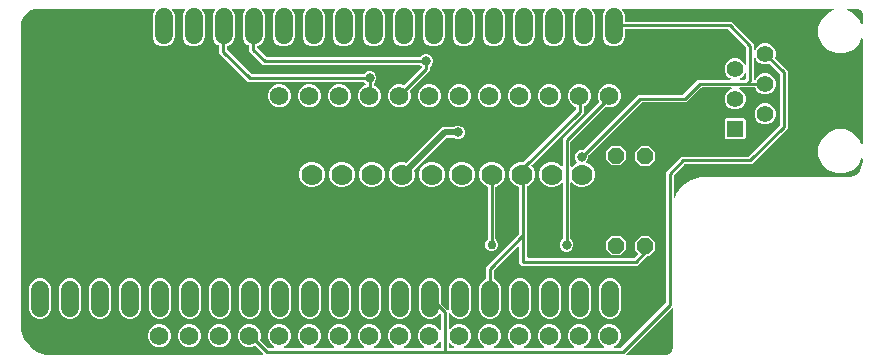
<source format=gbr>
G04 EAGLE Gerber RS-274X export*
G75*
%MOMM*%
%FSLAX34Y34*%
%LPD*%
%INBottom Copper*%
%IPPOS*%
%AMOC8*
5,1,8,0,0,1.08239X$1,22.5*%
G01*
%ADD10C,1.574800*%
%ADD11C,1.778000*%
%ADD12P,1.429621X8X292.500000*%
%ADD13C,1.524000*%
%ADD14C,1.408000*%
%ADD15R,1.408000X1.408000*%
%ADD16C,0.800100*%
%ADD17C,0.254000*%
%ADD18C,0.756400*%
%ADD19C,0.508000*%

G36*
X244259Y231914D02*
X244259Y231914D01*
X244331Y231916D01*
X244380Y231934D01*
X244431Y231942D01*
X244495Y231976D01*
X244562Y232001D01*
X244603Y232033D01*
X244649Y232058D01*
X244698Y232109D01*
X244754Y232154D01*
X244782Y232198D01*
X244818Y232236D01*
X244848Y232301D01*
X244887Y232361D01*
X244900Y232412D01*
X244922Y232459D01*
X244930Y232530D01*
X244947Y232600D01*
X244943Y232652D01*
X244949Y232703D01*
X244934Y232774D01*
X244928Y232845D01*
X244908Y232893D01*
X244897Y232944D01*
X244860Y233005D01*
X244832Y233071D01*
X244787Y233127D01*
X244770Y233155D01*
X244753Y233170D01*
X244727Y233202D01*
X238321Y239608D01*
X238227Y239676D01*
X238133Y239746D01*
X238127Y239748D01*
X238122Y239751D01*
X238011Y239786D01*
X237899Y239822D01*
X237892Y239822D01*
X237886Y239824D01*
X237770Y239821D01*
X237653Y239820D01*
X237646Y239818D01*
X237641Y239817D01*
X237623Y239811D01*
X237492Y239773D01*
X234896Y238698D01*
X231056Y238698D01*
X227508Y240167D01*
X224793Y242883D01*
X223323Y246430D01*
X223323Y250271D01*
X224793Y253818D01*
X227508Y256534D01*
X231056Y258003D01*
X234896Y258003D01*
X238444Y256534D01*
X241159Y253818D01*
X242629Y250271D01*
X242629Y246430D01*
X242299Y245636D01*
X242273Y245522D01*
X242244Y245409D01*
X242245Y245402D01*
X242243Y245396D01*
X242254Y245280D01*
X242263Y245164D01*
X242266Y245158D01*
X242266Y245151D01*
X242314Y245044D01*
X242360Y244937D01*
X242364Y244931D01*
X242366Y244927D01*
X242379Y244913D01*
X242465Y244806D01*
X248795Y238476D01*
X248869Y238423D01*
X248938Y238363D01*
X248969Y238351D01*
X248995Y238332D01*
X249082Y238305D01*
X249167Y238271D01*
X249208Y238267D01*
X249230Y238260D01*
X249262Y238261D01*
X249333Y238253D01*
X253703Y238253D01*
X253799Y238268D01*
X253896Y238278D01*
X253920Y238288D01*
X253946Y238292D01*
X254032Y238338D01*
X254121Y238378D01*
X254140Y238395D01*
X254163Y238408D01*
X254230Y238478D01*
X254302Y238544D01*
X254315Y238567D01*
X254333Y238586D01*
X254374Y238674D01*
X254421Y238760D01*
X254425Y238785D01*
X254436Y238809D01*
X254447Y238906D01*
X254464Y239002D01*
X254461Y239028D01*
X254464Y239053D01*
X254443Y239148D01*
X254429Y239245D01*
X254417Y239268D01*
X254411Y239294D01*
X254361Y239378D01*
X254317Y239464D01*
X254299Y239482D01*
X254285Y239505D01*
X254211Y239568D01*
X254142Y239636D01*
X254113Y239652D01*
X254098Y239665D01*
X254067Y239677D01*
X253995Y239717D01*
X252908Y240167D01*
X250193Y242883D01*
X248723Y246430D01*
X248723Y250271D01*
X250193Y253818D01*
X252908Y256534D01*
X256456Y258003D01*
X260296Y258003D01*
X263844Y256534D01*
X266559Y253818D01*
X268029Y250271D01*
X268029Y246430D01*
X266559Y242883D01*
X263844Y240167D01*
X262757Y239717D01*
X262674Y239666D01*
X262588Y239620D01*
X262570Y239601D01*
X262548Y239588D01*
X262486Y239513D01*
X262419Y239442D01*
X262408Y239418D01*
X262391Y239398D01*
X262356Y239307D01*
X262315Y239219D01*
X262313Y239193D01*
X262303Y239169D01*
X262299Y239071D01*
X262288Y238975D01*
X262294Y238949D01*
X262293Y238923D01*
X262320Y238829D01*
X262341Y238734D01*
X262354Y238712D01*
X262361Y238687D01*
X262417Y238607D01*
X262467Y238523D01*
X262487Y238506D01*
X262502Y238485D01*
X262580Y238426D01*
X262654Y238363D01*
X262678Y238353D01*
X262699Y238338D01*
X262791Y238308D01*
X262882Y238271D01*
X262914Y238268D01*
X262933Y238262D01*
X262966Y238262D01*
X263049Y238253D01*
X279103Y238253D01*
X279199Y238268D01*
X279296Y238278D01*
X279320Y238288D01*
X279346Y238292D01*
X279432Y238338D01*
X279521Y238378D01*
X279540Y238395D01*
X279563Y238408D01*
X279630Y238478D01*
X279702Y238544D01*
X279715Y238567D01*
X279733Y238586D01*
X279774Y238674D01*
X279821Y238760D01*
X279825Y238785D01*
X279836Y238809D01*
X279847Y238906D01*
X279864Y239002D01*
X279861Y239028D01*
X279863Y239053D01*
X279843Y239149D01*
X279829Y239245D01*
X279817Y239268D01*
X279811Y239294D01*
X279761Y239377D01*
X279717Y239464D01*
X279698Y239483D01*
X279685Y239505D01*
X279611Y239568D01*
X279542Y239636D01*
X279513Y239652D01*
X279498Y239665D01*
X279467Y239677D01*
X279395Y239717D01*
X278308Y240167D01*
X275593Y242883D01*
X274123Y246430D01*
X274123Y250271D01*
X275593Y253818D01*
X278308Y256534D01*
X281856Y258003D01*
X285696Y258003D01*
X289244Y256534D01*
X291959Y253818D01*
X293429Y250271D01*
X293429Y246430D01*
X291959Y242883D01*
X289244Y240167D01*
X288157Y239717D01*
X288074Y239666D01*
X287988Y239620D01*
X287970Y239602D01*
X287948Y239588D01*
X287886Y239512D01*
X287819Y239442D01*
X287808Y239418D01*
X287791Y239398D01*
X287756Y239307D01*
X287715Y239219D01*
X287713Y239193D01*
X287703Y239169D01*
X287699Y239071D01*
X287688Y238975D01*
X287694Y238949D01*
X287693Y238923D01*
X287720Y238829D01*
X287741Y238734D01*
X287754Y238712D01*
X287761Y238687D01*
X287817Y238607D01*
X287867Y238523D01*
X287887Y238506D01*
X287902Y238485D01*
X287980Y238426D01*
X288054Y238363D01*
X288078Y238353D01*
X288099Y238338D01*
X288191Y238308D01*
X288282Y238271D01*
X288314Y238268D01*
X288333Y238262D01*
X288366Y238262D01*
X288449Y238253D01*
X304503Y238253D01*
X304599Y238268D01*
X304696Y238278D01*
X304720Y238288D01*
X304746Y238292D01*
X304832Y238338D01*
X304921Y238378D01*
X304940Y238395D01*
X304963Y238408D01*
X305030Y238478D01*
X305102Y238544D01*
X305115Y238567D01*
X305133Y238586D01*
X305174Y238674D01*
X305221Y238760D01*
X305225Y238785D01*
X305236Y238809D01*
X305247Y238906D01*
X305264Y239002D01*
X305261Y239028D01*
X305263Y239053D01*
X305243Y239149D01*
X305229Y239245D01*
X305217Y239268D01*
X305211Y239294D01*
X305161Y239377D01*
X305117Y239464D01*
X305098Y239483D01*
X305085Y239505D01*
X305011Y239568D01*
X304942Y239636D01*
X304913Y239652D01*
X304898Y239665D01*
X304867Y239677D01*
X304795Y239717D01*
X303708Y240167D01*
X300993Y242883D01*
X299523Y246430D01*
X299523Y250271D01*
X300993Y253818D01*
X303708Y256534D01*
X307256Y258003D01*
X311096Y258003D01*
X314644Y256534D01*
X317359Y253818D01*
X318829Y250271D01*
X318829Y246430D01*
X317359Y242883D01*
X314644Y240167D01*
X313557Y239717D01*
X313474Y239666D01*
X313388Y239620D01*
X313370Y239602D01*
X313348Y239588D01*
X313286Y239512D01*
X313219Y239442D01*
X313208Y239418D01*
X313191Y239398D01*
X313156Y239307D01*
X313115Y239219D01*
X313113Y239193D01*
X313103Y239169D01*
X313099Y239071D01*
X313088Y238975D01*
X313094Y238949D01*
X313093Y238923D01*
X313120Y238829D01*
X313141Y238734D01*
X313154Y238712D01*
X313161Y238687D01*
X313217Y238607D01*
X313267Y238523D01*
X313287Y238506D01*
X313302Y238485D01*
X313380Y238426D01*
X313454Y238363D01*
X313478Y238353D01*
X313499Y238338D01*
X313591Y238308D01*
X313682Y238271D01*
X313714Y238268D01*
X313733Y238262D01*
X313766Y238262D01*
X313849Y238253D01*
X329903Y238253D01*
X329999Y238268D01*
X330096Y238278D01*
X330120Y238288D01*
X330146Y238292D01*
X330232Y238338D01*
X330321Y238378D01*
X330340Y238395D01*
X330363Y238408D01*
X330430Y238478D01*
X330502Y238544D01*
X330515Y238567D01*
X330533Y238586D01*
X330574Y238674D01*
X330621Y238760D01*
X330625Y238785D01*
X330636Y238809D01*
X330647Y238906D01*
X330664Y239002D01*
X330661Y239028D01*
X330663Y239053D01*
X330643Y239149D01*
X330629Y239245D01*
X330617Y239268D01*
X330611Y239294D01*
X330561Y239377D01*
X330517Y239464D01*
X330498Y239483D01*
X330485Y239505D01*
X330411Y239568D01*
X330342Y239636D01*
X330313Y239652D01*
X330298Y239665D01*
X330267Y239677D01*
X330195Y239717D01*
X329108Y240167D01*
X326393Y242883D01*
X324923Y246430D01*
X324923Y250271D01*
X326393Y253818D01*
X329108Y256534D01*
X332656Y258003D01*
X336496Y258003D01*
X340044Y256534D01*
X342759Y253818D01*
X344229Y250271D01*
X344229Y246430D01*
X342759Y242883D01*
X340044Y240167D01*
X338957Y239717D01*
X338874Y239666D01*
X338788Y239620D01*
X338770Y239602D01*
X338748Y239588D01*
X338686Y239512D01*
X338619Y239442D01*
X338608Y239418D01*
X338591Y239398D01*
X338556Y239307D01*
X338515Y239219D01*
X338513Y239193D01*
X338503Y239169D01*
X338499Y239071D01*
X338488Y238975D01*
X338494Y238949D01*
X338493Y238923D01*
X338520Y238829D01*
X338541Y238734D01*
X338554Y238712D01*
X338561Y238687D01*
X338617Y238607D01*
X338667Y238523D01*
X338687Y238506D01*
X338702Y238485D01*
X338780Y238426D01*
X338854Y238363D01*
X338878Y238353D01*
X338899Y238338D01*
X338991Y238308D01*
X339082Y238271D01*
X339114Y238268D01*
X339133Y238262D01*
X339166Y238262D01*
X339249Y238253D01*
X355303Y238253D01*
X355399Y238268D01*
X355496Y238278D01*
X355520Y238288D01*
X355546Y238292D01*
X355632Y238338D01*
X355721Y238378D01*
X355740Y238395D01*
X355763Y238408D01*
X355830Y238478D01*
X355902Y238544D01*
X355915Y238567D01*
X355933Y238586D01*
X355974Y238674D01*
X356021Y238760D01*
X356025Y238785D01*
X356036Y238809D01*
X356047Y238906D01*
X356064Y239002D01*
X356061Y239028D01*
X356063Y239053D01*
X356043Y239149D01*
X356029Y239245D01*
X356017Y239268D01*
X356011Y239294D01*
X355961Y239377D01*
X355917Y239464D01*
X355898Y239483D01*
X355885Y239505D01*
X355811Y239568D01*
X355742Y239636D01*
X355713Y239652D01*
X355698Y239665D01*
X355667Y239677D01*
X355595Y239717D01*
X354508Y240167D01*
X351793Y242883D01*
X350323Y246430D01*
X350323Y250271D01*
X351793Y253818D01*
X354508Y256534D01*
X358056Y258003D01*
X361896Y258003D01*
X365444Y256534D01*
X368159Y253818D01*
X369629Y250271D01*
X369629Y246430D01*
X368159Y242883D01*
X365444Y240167D01*
X364357Y239717D01*
X364274Y239666D01*
X364188Y239620D01*
X364170Y239602D01*
X364148Y239588D01*
X364086Y239512D01*
X364019Y239442D01*
X364008Y239418D01*
X363991Y239398D01*
X363956Y239307D01*
X363915Y239219D01*
X363913Y239193D01*
X363903Y239169D01*
X363899Y239071D01*
X363888Y238975D01*
X363894Y238949D01*
X363893Y238923D01*
X363920Y238829D01*
X363941Y238734D01*
X363954Y238712D01*
X363961Y238687D01*
X364017Y238607D01*
X364067Y238523D01*
X364087Y238506D01*
X364102Y238485D01*
X364180Y238426D01*
X364254Y238363D01*
X364278Y238353D01*
X364299Y238338D01*
X364391Y238308D01*
X364482Y238271D01*
X364514Y238268D01*
X364533Y238262D01*
X364566Y238262D01*
X364649Y238253D01*
X380703Y238253D01*
X380799Y238268D01*
X380896Y238278D01*
X380920Y238288D01*
X380946Y238292D01*
X381032Y238338D01*
X381121Y238378D01*
X381140Y238395D01*
X381163Y238408D01*
X381230Y238478D01*
X381302Y238544D01*
X381315Y238567D01*
X381333Y238586D01*
X381374Y238674D01*
X381421Y238760D01*
X381425Y238785D01*
X381436Y238809D01*
X381447Y238906D01*
X381464Y239002D01*
X381461Y239028D01*
X381463Y239053D01*
X381443Y239149D01*
X381429Y239245D01*
X381417Y239268D01*
X381411Y239294D01*
X381361Y239377D01*
X381317Y239464D01*
X381298Y239483D01*
X381285Y239505D01*
X381211Y239568D01*
X381142Y239636D01*
X381113Y239652D01*
X381098Y239665D01*
X381067Y239677D01*
X380995Y239717D01*
X379908Y240167D01*
X377193Y242883D01*
X375723Y246430D01*
X375723Y250271D01*
X377193Y253818D01*
X379908Y256534D01*
X383456Y258003D01*
X387296Y258003D01*
X390844Y256534D01*
X393559Y253818D01*
X393695Y253490D01*
X393747Y253407D01*
X393792Y253321D01*
X393811Y253303D01*
X393825Y253281D01*
X393900Y253219D01*
X393970Y253151D01*
X393994Y253140D01*
X394014Y253124D01*
X394105Y253089D01*
X394194Y253048D01*
X394220Y253045D01*
X394244Y253036D01*
X394341Y253031D01*
X394438Y253021D01*
X394463Y253026D01*
X394490Y253025D01*
X394583Y253052D01*
X394678Y253073D01*
X394701Y253086D01*
X394726Y253094D01*
X394806Y253149D01*
X394889Y253199D01*
X394906Y253219D01*
X394928Y253234D01*
X394986Y253312D01*
X395049Y253386D01*
X395059Y253410D01*
X395075Y253431D01*
X395105Y253524D01*
X395141Y253614D01*
X395145Y253647D01*
X395151Y253665D01*
X395151Y253698D01*
X395160Y253781D01*
X395160Y266352D01*
X395148Y266423D01*
X395146Y266494D01*
X395128Y266543D01*
X395120Y266595D01*
X395086Y266658D01*
X395062Y266725D01*
X395029Y266766D01*
X395005Y266812D01*
X394953Y266861D01*
X394908Y266917D01*
X394864Y266946D01*
X394827Y266981D01*
X394762Y267012D01*
X394701Y267050D01*
X394651Y267063D01*
X394604Y267085D01*
X394532Y267093D01*
X394463Y267110D01*
X394411Y267106D01*
X394359Y267112D01*
X394289Y267097D01*
X394218Y267091D01*
X394170Y267071D01*
X394119Y267060D01*
X394057Y267023D01*
X393991Y266995D01*
X393935Y266950D01*
X393908Y266934D01*
X393892Y266916D01*
X393860Y266890D01*
X391372Y264402D01*
X387918Y262972D01*
X384179Y262972D01*
X380725Y264402D01*
X378081Y267046D01*
X376650Y270501D01*
X376650Y289480D01*
X378081Y292934D01*
X380725Y295578D01*
X384179Y297009D01*
X387918Y297009D01*
X391372Y295578D01*
X394016Y292934D01*
X395447Y289480D01*
X395447Y276289D01*
X395462Y276199D01*
X395469Y276108D01*
X395482Y276078D01*
X395487Y276046D01*
X395530Y275965D01*
X395565Y275882D01*
X395591Y275849D01*
X395602Y275829D01*
X395625Y275807D01*
X395670Y275751D01*
X400750Y270671D01*
X400808Y270629D01*
X400860Y270579D01*
X400908Y270557D01*
X400950Y270527D01*
X401018Y270506D01*
X401084Y270476D01*
X401135Y270470D01*
X401185Y270455D01*
X401257Y270456D01*
X401328Y270449D01*
X401379Y270460D01*
X401431Y270461D01*
X401498Y270486D01*
X401568Y270501D01*
X401613Y270528D01*
X401662Y270545D01*
X401718Y270590D01*
X401779Y270627D01*
X401813Y270667D01*
X401854Y270699D01*
X401893Y270759D01*
X401939Y270814D01*
X401959Y270862D01*
X401987Y270906D01*
X402004Y270976D01*
X402031Y271042D01*
X402039Y271113D01*
X402047Y271145D01*
X402045Y271168D01*
X402050Y271209D01*
X402050Y289480D01*
X403481Y292934D01*
X406125Y295578D01*
X409579Y297009D01*
X413318Y297009D01*
X416772Y295578D01*
X419416Y292934D01*
X420847Y289480D01*
X420847Y270501D01*
X419416Y267046D01*
X416772Y264402D01*
X413318Y262972D01*
X409579Y262972D01*
X406125Y264402D01*
X403481Y267046D01*
X403230Y267652D01*
X403178Y267735D01*
X403133Y267821D01*
X403114Y267839D01*
X403100Y267861D01*
X403025Y267923D01*
X402955Y267990D01*
X402931Y268001D01*
X402911Y268018D01*
X402820Y268053D01*
X402731Y268094D01*
X402705Y268097D01*
X402681Y268106D01*
X402584Y268110D01*
X402487Y268121D01*
X402462Y268115D01*
X402435Y268116D01*
X402342Y268089D01*
X402247Y268069D01*
X402224Y268055D01*
X402199Y268048D01*
X402119Y267992D01*
X402036Y267942D01*
X402019Y267923D01*
X401997Y267908D01*
X401939Y267830D01*
X401876Y267756D01*
X401866Y267731D01*
X401850Y267710D01*
X401820Y267618D01*
X401784Y267527D01*
X401780Y267495D01*
X401774Y267476D01*
X401774Y267443D01*
X401765Y267361D01*
X401765Y254829D01*
X401777Y254758D01*
X401779Y254686D01*
X401797Y254637D01*
X401805Y254586D01*
X401839Y254523D01*
X401863Y254455D01*
X401896Y254415D01*
X401920Y254369D01*
X401972Y254319D01*
X402017Y254263D01*
X402061Y254235D01*
X402098Y254199D01*
X402163Y254169D01*
X402224Y254130D01*
X402274Y254117D01*
X402321Y254096D01*
X402393Y254088D01*
X402462Y254070D01*
X402514Y254074D01*
X402566Y254068D01*
X402636Y254084D01*
X402707Y254089D01*
X402755Y254110D01*
X402806Y254121D01*
X402868Y254157D01*
X402934Y254186D01*
X402990Y254230D01*
X403017Y254247D01*
X403033Y254265D01*
X403065Y254290D01*
X405308Y256534D01*
X408856Y258003D01*
X412696Y258003D01*
X416244Y256534D01*
X418959Y253818D01*
X420429Y250271D01*
X420429Y246430D01*
X418959Y242883D01*
X416244Y240167D01*
X415157Y239717D01*
X415074Y239666D01*
X414988Y239620D01*
X414970Y239602D01*
X414948Y239588D01*
X414886Y239512D01*
X414819Y239442D01*
X414808Y239418D01*
X414791Y239398D01*
X414756Y239307D01*
X414715Y239219D01*
X414713Y239193D01*
X414703Y239169D01*
X414699Y239071D01*
X414688Y238975D01*
X414694Y238949D01*
X414693Y238923D01*
X414720Y238829D01*
X414741Y238734D01*
X414754Y238712D01*
X414761Y238687D01*
X414817Y238607D01*
X414867Y238523D01*
X414887Y238506D01*
X414902Y238485D01*
X414980Y238426D01*
X415054Y238363D01*
X415078Y238353D01*
X415099Y238338D01*
X415191Y238308D01*
X415282Y238271D01*
X415314Y238268D01*
X415333Y238262D01*
X415366Y238262D01*
X415449Y238253D01*
X431503Y238253D01*
X431599Y238268D01*
X431696Y238278D01*
X431720Y238288D01*
X431746Y238292D01*
X431832Y238338D01*
X431921Y238378D01*
X431940Y238395D01*
X431963Y238408D01*
X432030Y238478D01*
X432102Y238544D01*
X432115Y238567D01*
X432133Y238586D01*
X432174Y238674D01*
X432221Y238760D01*
X432225Y238785D01*
X432236Y238809D01*
X432247Y238906D01*
X432264Y239002D01*
X432261Y239028D01*
X432263Y239053D01*
X432243Y239149D01*
X432229Y239245D01*
X432217Y239268D01*
X432211Y239294D01*
X432161Y239377D01*
X432117Y239464D01*
X432098Y239483D01*
X432085Y239505D01*
X432011Y239568D01*
X431942Y239636D01*
X431913Y239652D01*
X431898Y239665D01*
X431867Y239677D01*
X431795Y239717D01*
X430708Y240167D01*
X427993Y242883D01*
X426523Y246430D01*
X426523Y250271D01*
X427993Y253818D01*
X430708Y256534D01*
X434256Y258003D01*
X438096Y258003D01*
X441644Y256534D01*
X444359Y253818D01*
X445829Y250271D01*
X445829Y246430D01*
X444359Y242883D01*
X441644Y240167D01*
X440557Y239717D01*
X440474Y239666D01*
X440388Y239620D01*
X440370Y239602D01*
X440348Y239588D01*
X440286Y239512D01*
X440219Y239442D01*
X440208Y239418D01*
X440191Y239398D01*
X440156Y239307D01*
X440115Y239219D01*
X440113Y239193D01*
X440103Y239169D01*
X440099Y239071D01*
X440088Y238975D01*
X440094Y238949D01*
X440093Y238923D01*
X440120Y238829D01*
X440141Y238734D01*
X440154Y238712D01*
X440161Y238687D01*
X440217Y238607D01*
X440267Y238523D01*
X440287Y238506D01*
X440302Y238485D01*
X440380Y238426D01*
X440454Y238363D01*
X440478Y238353D01*
X440499Y238338D01*
X440591Y238308D01*
X440682Y238271D01*
X440714Y238268D01*
X440733Y238262D01*
X440766Y238262D01*
X440849Y238253D01*
X456903Y238253D01*
X456999Y238268D01*
X457096Y238278D01*
X457120Y238288D01*
X457146Y238292D01*
X457232Y238338D01*
X457321Y238378D01*
X457340Y238395D01*
X457363Y238408D01*
X457430Y238478D01*
X457502Y238544D01*
X457515Y238567D01*
X457533Y238586D01*
X457574Y238674D01*
X457621Y238760D01*
X457625Y238785D01*
X457636Y238809D01*
X457647Y238906D01*
X457664Y239002D01*
X457661Y239028D01*
X457663Y239053D01*
X457643Y239149D01*
X457629Y239245D01*
X457617Y239268D01*
X457611Y239294D01*
X457561Y239377D01*
X457517Y239464D01*
X457498Y239483D01*
X457485Y239505D01*
X457411Y239568D01*
X457342Y239636D01*
X457313Y239652D01*
X457298Y239665D01*
X457267Y239677D01*
X457195Y239717D01*
X456108Y240167D01*
X453393Y242883D01*
X451923Y246430D01*
X451923Y250271D01*
X453393Y253818D01*
X456108Y256534D01*
X459656Y258003D01*
X463496Y258003D01*
X467044Y256534D01*
X469759Y253818D01*
X471229Y250271D01*
X471229Y246430D01*
X469759Y242883D01*
X467044Y240167D01*
X465957Y239717D01*
X465874Y239666D01*
X465788Y239620D01*
X465770Y239602D01*
X465748Y239588D01*
X465686Y239512D01*
X465619Y239442D01*
X465608Y239418D01*
X465591Y239398D01*
X465556Y239307D01*
X465515Y239219D01*
X465513Y239193D01*
X465503Y239169D01*
X465499Y239071D01*
X465488Y238975D01*
X465494Y238949D01*
X465493Y238923D01*
X465520Y238829D01*
X465541Y238734D01*
X465554Y238712D01*
X465561Y238687D01*
X465617Y238607D01*
X465667Y238523D01*
X465687Y238506D01*
X465702Y238485D01*
X465780Y238426D01*
X465854Y238363D01*
X465878Y238353D01*
X465899Y238338D01*
X465991Y238308D01*
X466082Y238271D01*
X466114Y238268D01*
X466133Y238262D01*
X466166Y238262D01*
X466249Y238253D01*
X482303Y238253D01*
X482399Y238268D01*
X482496Y238278D01*
X482520Y238288D01*
X482546Y238292D01*
X482632Y238338D01*
X482721Y238378D01*
X482740Y238395D01*
X482763Y238408D01*
X482830Y238478D01*
X482902Y238544D01*
X482915Y238567D01*
X482933Y238586D01*
X482974Y238674D01*
X483021Y238760D01*
X483025Y238785D01*
X483036Y238809D01*
X483047Y238906D01*
X483064Y239002D01*
X483061Y239028D01*
X483063Y239053D01*
X483043Y239149D01*
X483029Y239245D01*
X483017Y239268D01*
X483011Y239294D01*
X482961Y239377D01*
X482917Y239464D01*
X482898Y239483D01*
X482885Y239505D01*
X482811Y239568D01*
X482742Y239636D01*
X482713Y239652D01*
X482698Y239665D01*
X482667Y239677D01*
X482595Y239717D01*
X481508Y240167D01*
X478793Y242883D01*
X477323Y246430D01*
X477323Y250271D01*
X478793Y253818D01*
X481508Y256534D01*
X485056Y258003D01*
X488896Y258003D01*
X492444Y256534D01*
X495159Y253818D01*
X496629Y250271D01*
X496629Y246430D01*
X495159Y242883D01*
X492444Y240167D01*
X491357Y239717D01*
X491274Y239666D01*
X491188Y239620D01*
X491170Y239602D01*
X491148Y239588D01*
X491086Y239512D01*
X491019Y239442D01*
X491008Y239418D01*
X490991Y239398D01*
X490956Y239307D01*
X490915Y239219D01*
X490913Y239193D01*
X490903Y239169D01*
X490899Y239071D01*
X490888Y238975D01*
X490894Y238949D01*
X490893Y238923D01*
X490920Y238829D01*
X490941Y238734D01*
X490954Y238712D01*
X490961Y238687D01*
X491017Y238607D01*
X491067Y238523D01*
X491087Y238506D01*
X491102Y238485D01*
X491180Y238426D01*
X491254Y238363D01*
X491278Y238353D01*
X491299Y238338D01*
X491391Y238308D01*
X491482Y238271D01*
X491514Y238268D01*
X491533Y238262D01*
X491566Y238262D01*
X491649Y238253D01*
X507703Y238253D01*
X507799Y238268D01*
X507896Y238278D01*
X507920Y238288D01*
X507946Y238292D01*
X508032Y238338D01*
X508121Y238378D01*
X508140Y238395D01*
X508163Y238408D01*
X508230Y238478D01*
X508302Y238544D01*
X508315Y238567D01*
X508333Y238586D01*
X508374Y238674D01*
X508421Y238760D01*
X508425Y238785D01*
X508436Y238809D01*
X508447Y238906D01*
X508464Y239002D01*
X508461Y239028D01*
X508463Y239053D01*
X508443Y239149D01*
X508429Y239245D01*
X508417Y239268D01*
X508411Y239294D01*
X508361Y239377D01*
X508317Y239464D01*
X508298Y239483D01*
X508285Y239505D01*
X508211Y239568D01*
X508142Y239636D01*
X508113Y239652D01*
X508098Y239665D01*
X508067Y239677D01*
X507995Y239717D01*
X506908Y240167D01*
X504193Y242883D01*
X502723Y246430D01*
X502723Y250271D01*
X504193Y253818D01*
X506908Y256534D01*
X510456Y258003D01*
X514296Y258003D01*
X517844Y256534D01*
X520559Y253818D01*
X522029Y250271D01*
X522029Y246430D01*
X520559Y242883D01*
X517844Y240167D01*
X516757Y239717D01*
X516674Y239666D01*
X516588Y239620D01*
X516570Y239602D01*
X516548Y239588D01*
X516486Y239512D01*
X516419Y239442D01*
X516408Y239418D01*
X516391Y239398D01*
X516356Y239307D01*
X516315Y239219D01*
X516313Y239193D01*
X516303Y239169D01*
X516299Y239071D01*
X516288Y238975D01*
X516294Y238949D01*
X516293Y238923D01*
X516320Y238829D01*
X516341Y238734D01*
X516354Y238712D01*
X516361Y238687D01*
X516417Y238607D01*
X516467Y238523D01*
X516487Y238506D01*
X516502Y238485D01*
X516580Y238426D01*
X516654Y238363D01*
X516678Y238353D01*
X516699Y238338D01*
X516791Y238308D01*
X516882Y238271D01*
X516914Y238268D01*
X516933Y238262D01*
X516966Y238262D01*
X517049Y238253D01*
X533103Y238253D01*
X533199Y238268D01*
X533296Y238278D01*
X533320Y238288D01*
X533346Y238292D01*
X533432Y238338D01*
X533521Y238378D01*
X533540Y238395D01*
X533563Y238408D01*
X533630Y238478D01*
X533702Y238544D01*
X533715Y238567D01*
X533733Y238586D01*
X533774Y238674D01*
X533821Y238760D01*
X533825Y238785D01*
X533836Y238809D01*
X533847Y238906D01*
X533864Y239002D01*
X533861Y239028D01*
X533863Y239053D01*
X533843Y239149D01*
X533829Y239245D01*
X533817Y239268D01*
X533811Y239294D01*
X533761Y239377D01*
X533717Y239464D01*
X533698Y239483D01*
X533685Y239505D01*
X533611Y239568D01*
X533542Y239636D01*
X533513Y239652D01*
X533498Y239665D01*
X533467Y239677D01*
X533395Y239717D01*
X532308Y240167D01*
X529593Y242883D01*
X528123Y246430D01*
X528123Y250271D01*
X529593Y253818D01*
X532308Y256534D01*
X535856Y258003D01*
X539696Y258003D01*
X543244Y256534D01*
X545959Y253818D01*
X547429Y250271D01*
X547429Y246430D01*
X545959Y242883D01*
X543244Y240167D01*
X542157Y239717D01*
X542074Y239666D01*
X541988Y239620D01*
X541970Y239602D01*
X541948Y239588D01*
X541886Y239512D01*
X541819Y239442D01*
X541808Y239418D01*
X541791Y239398D01*
X541756Y239307D01*
X541715Y239219D01*
X541713Y239193D01*
X541703Y239169D01*
X541699Y239071D01*
X541688Y238975D01*
X541694Y238949D01*
X541693Y238923D01*
X541720Y238829D01*
X541741Y238734D01*
X541754Y238712D01*
X541761Y238687D01*
X541817Y238607D01*
X541867Y238523D01*
X541887Y238506D01*
X541902Y238485D01*
X541980Y238426D01*
X542054Y238363D01*
X542078Y238353D01*
X542099Y238338D01*
X542191Y238308D01*
X542282Y238271D01*
X542314Y238268D01*
X542333Y238262D01*
X542366Y238262D01*
X542449Y238253D01*
X547592Y238253D01*
X547682Y238267D01*
X547773Y238275D01*
X547802Y238287D01*
X547834Y238292D01*
X547915Y238335D01*
X547999Y238371D01*
X548031Y238397D01*
X548052Y238408D01*
X548074Y238431D01*
X548130Y238476D01*
X585437Y275783D01*
X585490Y275857D01*
X585549Y275926D01*
X585562Y275956D01*
X585580Y275982D01*
X585607Y276069D01*
X585641Y276154D01*
X585646Y276195D01*
X585653Y276217D01*
X585652Y276250D01*
X585660Y276321D01*
X585660Y387131D01*
X598707Y400178D01*
X655542Y400178D01*
X655632Y400192D01*
X655723Y400200D01*
X655752Y400212D01*
X655784Y400217D01*
X655865Y400260D01*
X655949Y400296D01*
X655981Y400322D01*
X656002Y400333D01*
X656024Y400356D01*
X656080Y400401D01*
X682274Y426595D01*
X682327Y426669D01*
X682387Y426738D01*
X682399Y426769D01*
X682418Y426795D01*
X682445Y426882D01*
X682479Y426967D01*
X682483Y427008D01*
X682490Y427030D01*
X682489Y427062D01*
X682497Y427133D01*
X682497Y469804D01*
X682483Y469894D01*
X682475Y469985D01*
X682463Y470015D01*
X682458Y470047D01*
X682415Y470128D01*
X682379Y470211D01*
X682353Y470244D01*
X682342Y470264D01*
X682319Y470286D01*
X682274Y470342D01*
X673865Y478752D01*
X673770Y478820D01*
X673676Y478890D01*
X673670Y478892D01*
X673665Y478895D01*
X673554Y478930D01*
X673442Y478966D01*
X673436Y478966D01*
X673430Y478968D01*
X673313Y478965D01*
X673196Y478964D01*
X673189Y478962D01*
X673184Y478961D01*
X673167Y478955D01*
X673035Y478917D01*
X671683Y478357D01*
X668175Y478357D01*
X664934Y479699D01*
X662453Y482180D01*
X661992Y483292D01*
X661941Y483375D01*
X661895Y483461D01*
X661877Y483479D01*
X661863Y483501D01*
X661787Y483564D01*
X661717Y483630D01*
X661693Y483641D01*
X661673Y483658D01*
X661582Y483693D01*
X661494Y483734D01*
X661468Y483737D01*
X661444Y483746D01*
X661346Y483750D01*
X661250Y483761D01*
X661224Y483756D01*
X661198Y483757D01*
X661104Y483730D01*
X661009Y483709D01*
X660987Y483695D01*
X660962Y483688D01*
X660882Y483633D01*
X660798Y483583D01*
X660781Y483563D01*
X660760Y483548D01*
X660701Y483470D01*
X660638Y483396D01*
X660628Y483371D01*
X660613Y483351D01*
X660583Y483258D01*
X660546Y483168D01*
X660543Y483135D01*
X660537Y483117D01*
X660537Y483084D01*
X660528Y483001D01*
X660528Y466026D01*
X660531Y466007D01*
X660529Y465987D01*
X660551Y465886D01*
X660567Y465784D01*
X660577Y465766D01*
X660581Y465747D01*
X660634Y465658D01*
X660683Y465566D01*
X660697Y465553D01*
X660707Y465536D01*
X660786Y465468D01*
X660861Y465397D01*
X660879Y465389D01*
X660894Y465376D01*
X660990Y465337D01*
X661084Y465293D01*
X661104Y465291D01*
X661122Y465284D01*
X661289Y465265D01*
X661321Y465265D01*
X661327Y465266D01*
X661328Y465266D01*
X661333Y465267D01*
X661435Y465284D01*
X661551Y465301D01*
X661557Y465304D01*
X661563Y465305D01*
X661666Y465359D01*
X661771Y465413D01*
X661775Y465417D01*
X661781Y465420D01*
X661861Y465504D01*
X661943Y465588D01*
X661947Y465595D01*
X661950Y465598D01*
X661958Y465615D01*
X662024Y465735D01*
X662453Y466771D01*
X664934Y469252D01*
X668175Y470594D01*
X671683Y470594D01*
X674925Y469252D01*
X677405Y466771D01*
X678748Y463530D01*
X678748Y460021D01*
X677405Y456780D01*
X674925Y454299D01*
X671683Y452957D01*
X668175Y452957D01*
X664934Y454299D01*
X662453Y456780D01*
X661869Y458190D01*
X661807Y458290D01*
X661747Y458389D01*
X661743Y458393D01*
X661739Y458399D01*
X661649Y458474D01*
X661561Y458549D01*
X661555Y458552D01*
X661550Y458556D01*
X661442Y458597D01*
X661332Y458641D01*
X661325Y458642D01*
X661320Y458644D01*
X661302Y458645D01*
X661166Y458660D01*
X648262Y458660D01*
X648166Y458644D01*
X648069Y458635D01*
X648045Y458624D01*
X648019Y458620D01*
X647934Y458575D01*
X647844Y458535D01*
X647825Y458517D01*
X647802Y458505D01*
X647735Y458434D01*
X647663Y458368D01*
X647651Y458346D01*
X647633Y458327D01*
X647592Y458238D01*
X647545Y458153D01*
X647540Y458127D01*
X647529Y458104D01*
X647518Y458007D01*
X647501Y457911D01*
X647505Y457885D01*
X647502Y457859D01*
X647523Y457764D01*
X647537Y457668D01*
X647549Y457644D01*
X647554Y457619D01*
X647604Y457535D01*
X647648Y457448D01*
X647667Y457430D01*
X647680Y457408D01*
X647754Y457344D01*
X647824Y457276D01*
X647853Y457260D01*
X647867Y457248D01*
X647898Y457235D01*
X647971Y457195D01*
X649525Y456552D01*
X652005Y454071D01*
X653348Y450830D01*
X653348Y447321D01*
X652005Y444080D01*
X649525Y441599D01*
X646283Y440257D01*
X642775Y440257D01*
X639534Y441599D01*
X637053Y444080D01*
X635710Y447321D01*
X635710Y450830D01*
X637053Y454071D01*
X639534Y456552D01*
X641087Y457195D01*
X641170Y457247D01*
X641256Y457292D01*
X641274Y457311D01*
X641296Y457325D01*
X641359Y457400D01*
X641425Y457470D01*
X641436Y457494D01*
X641453Y457514D01*
X641488Y457605D01*
X641529Y457694D01*
X641532Y457720D01*
X641541Y457744D01*
X641545Y457841D01*
X641556Y457938D01*
X641551Y457963D01*
X641552Y457990D01*
X641525Y458083D01*
X641504Y458178D01*
X641490Y458201D01*
X641483Y458226D01*
X641428Y458306D01*
X641378Y458389D01*
X641358Y458406D01*
X641343Y458428D01*
X641265Y458486D01*
X641191Y458549D01*
X641166Y458559D01*
X641146Y458575D01*
X641053Y458605D01*
X640963Y458641D01*
X640930Y458645D01*
X640912Y458651D01*
X640879Y458651D01*
X640796Y458660D01*
X616046Y458660D01*
X615956Y458645D01*
X615865Y458638D01*
X615835Y458625D01*
X615803Y458620D01*
X615722Y458577D01*
X615639Y458542D01*
X615606Y458516D01*
X615586Y458505D01*
X615564Y458482D01*
X615508Y458437D01*
X603031Y445960D01*
X565246Y445960D01*
X565156Y445945D01*
X565065Y445938D01*
X565035Y445925D01*
X565003Y445920D01*
X564922Y445877D01*
X564839Y445842D01*
X564806Y445816D01*
X564786Y445805D01*
X564764Y445782D01*
X564708Y445737D01*
X520352Y401381D01*
X520299Y401307D01*
X520240Y401238D01*
X520227Y401208D01*
X520209Y401182D01*
X520182Y401095D01*
X520148Y401010D01*
X520143Y400969D01*
X520136Y400947D01*
X520137Y400914D01*
X520129Y400843D01*
X520129Y398900D01*
X519249Y396776D01*
X518520Y396047D01*
X518493Y396009D01*
X518459Y395978D01*
X518422Y395910D01*
X518376Y395847D01*
X518363Y395803D01*
X518341Y395763D01*
X518327Y395686D01*
X518304Y395612D01*
X518305Y395566D01*
X518297Y395521D01*
X518308Y395444D01*
X518310Y395366D01*
X518326Y395323D01*
X518333Y395278D01*
X518368Y395208D01*
X518395Y395135D01*
X518423Y395099D01*
X518444Y395058D01*
X518500Y395004D01*
X518548Y394943D01*
X518587Y394918D01*
X518620Y394886D01*
X518740Y394820D01*
X518755Y394810D01*
X518760Y394809D01*
X518767Y394805D01*
X520752Y393983D01*
X523753Y390982D01*
X525377Y387061D01*
X525377Y382816D01*
X523753Y378895D01*
X520752Y375894D01*
X516830Y374270D01*
X512586Y374270D01*
X508665Y375894D01*
X506252Y378307D01*
X506194Y378348D01*
X506142Y378398D01*
X506095Y378420D01*
X506053Y378450D01*
X505984Y378471D01*
X505919Y378501D01*
X505867Y378507D01*
X505817Y378522D01*
X505746Y378521D01*
X505675Y378528D01*
X505624Y378517D01*
X505572Y378516D01*
X505504Y378491D01*
X505434Y378476D01*
X505389Y378450D01*
X505341Y378432D01*
X505285Y378387D01*
X505223Y378350D01*
X505189Y378310D01*
X505149Y378278D01*
X505110Y378218D01*
X505063Y378163D01*
X505044Y378115D01*
X505016Y378071D01*
X504998Y378002D01*
X504971Y377935D01*
X504963Y377864D01*
X504955Y377832D01*
X504957Y377809D01*
X504953Y377768D01*
X504953Y330623D01*
X504967Y330533D01*
X504975Y330442D01*
X504987Y330412D01*
X504992Y330380D01*
X505035Y330300D01*
X505071Y330216D01*
X505097Y330184D01*
X505108Y330163D01*
X505131Y330141D01*
X505176Y330085D01*
X506549Y328711D01*
X507429Y326587D01*
X507429Y324288D01*
X506549Y322164D01*
X504924Y320538D01*
X502800Y319658D01*
X500500Y319658D01*
X498376Y320538D01*
X496751Y322164D01*
X495871Y324288D01*
X495871Y326587D01*
X496751Y328711D01*
X498124Y330085D01*
X498177Y330159D01*
X498237Y330228D01*
X498249Y330258D01*
X498268Y330285D01*
X498295Y330372D01*
X498329Y330456D01*
X498333Y330497D01*
X498340Y330520D01*
X498339Y330552D01*
X498347Y330623D01*
X498347Y377052D01*
X498336Y377123D01*
X498334Y377194D01*
X498316Y377243D01*
X498308Y377295D01*
X498274Y377358D01*
X498249Y377425D01*
X498217Y377466D01*
X498192Y377512D01*
X498140Y377561D01*
X498096Y377617D01*
X498052Y377646D01*
X498014Y377681D01*
X497949Y377712D01*
X497889Y377750D01*
X497838Y377763D01*
X497791Y377785D01*
X497720Y377793D01*
X497650Y377810D01*
X497598Y377806D01*
X497547Y377812D01*
X497476Y377797D01*
X497405Y377791D01*
X497357Y377771D01*
X497306Y377760D01*
X497245Y377723D01*
X497179Y377695D01*
X497123Y377650D01*
X497095Y377634D01*
X497080Y377616D01*
X497048Y377590D01*
X495352Y375894D01*
X491430Y374270D01*
X487186Y374270D01*
X483265Y375894D01*
X480264Y378895D01*
X478639Y382816D01*
X478639Y387061D01*
X480264Y390982D01*
X483265Y393983D01*
X487186Y395607D01*
X491430Y395607D01*
X495352Y393983D01*
X497048Y392287D01*
X497106Y392245D01*
X497158Y392196D01*
X497205Y392174D01*
X497247Y392143D01*
X497316Y392122D01*
X497381Y392092D01*
X497433Y392086D01*
X497483Y392071D01*
X497554Y392073D01*
X497625Y392065D01*
X497676Y392076D01*
X497728Y392077D01*
X497796Y392102D01*
X497866Y392117D01*
X497911Y392144D01*
X497959Y392162D01*
X498015Y392207D01*
X498077Y392243D01*
X498111Y392283D01*
X498151Y392315D01*
X498190Y392376D01*
X498237Y392430D01*
X498256Y392479D01*
X498284Y392522D01*
X498302Y392592D01*
X498329Y392658D01*
X498337Y392730D01*
X498345Y392761D01*
X498343Y392784D01*
X498347Y392825D01*
X498347Y415706D01*
X528979Y446337D01*
X529047Y446431D01*
X529117Y446526D01*
X529119Y446532D01*
X529122Y446537D01*
X529156Y446648D01*
X529193Y446760D01*
X529193Y446766D01*
X529195Y446772D01*
X529192Y446889D01*
X529190Y447005D01*
X529188Y447013D01*
X529188Y447018D01*
X529182Y447035D01*
X529144Y447167D01*
X528123Y449630D01*
X528123Y453471D01*
X529593Y457018D01*
X532308Y459734D01*
X535856Y461203D01*
X539696Y461203D01*
X543244Y459734D01*
X545959Y457018D01*
X547429Y453471D01*
X547429Y449630D01*
X545959Y446083D01*
X543244Y443367D01*
X539696Y441898D01*
X535856Y441898D01*
X534929Y442282D01*
X534816Y442308D01*
X534702Y442337D01*
X534696Y442336D01*
X534690Y442338D01*
X534573Y442327D01*
X534457Y442318D01*
X534451Y442315D01*
X534445Y442315D01*
X534337Y442267D01*
X534231Y442221D01*
X534225Y442217D01*
X534220Y442215D01*
X534207Y442202D01*
X534100Y442117D01*
X505176Y413192D01*
X505123Y413118D01*
X505063Y413049D01*
X505051Y413019D01*
X505032Y412993D01*
X505005Y412906D01*
X504971Y412821D01*
X504967Y412780D01*
X504960Y412758D01*
X504961Y412725D01*
X504953Y412654D01*
X504953Y392109D01*
X504964Y392038D01*
X504966Y391966D01*
X504984Y391917D01*
X504992Y391866D01*
X505026Y391803D01*
X505051Y391735D01*
X505083Y391695D01*
X505108Y391649D01*
X505160Y391599D01*
X505204Y391543D01*
X505248Y391515D01*
X505286Y391479D01*
X505351Y391449D01*
X505411Y391410D01*
X505462Y391398D01*
X505509Y391376D01*
X505580Y391368D01*
X505650Y391350D01*
X505702Y391354D01*
X505753Y391349D01*
X505824Y391364D01*
X505895Y391369D01*
X505943Y391390D01*
X505994Y391401D01*
X506055Y391438D01*
X506121Y391466D01*
X506177Y391511D01*
X506205Y391527D01*
X506220Y391545D01*
X506252Y391571D01*
X508665Y393983D01*
X510143Y394595D01*
X510182Y394620D01*
X510225Y394635D01*
X510286Y394684D01*
X510352Y394725D01*
X510381Y394760D01*
X510417Y394789D01*
X510459Y394854D01*
X510509Y394914D01*
X510525Y394957D01*
X510550Y394996D01*
X510569Y395071D01*
X510597Y395144D01*
X510599Y395190D01*
X510610Y395234D01*
X510604Y395312D01*
X510607Y395390D01*
X510595Y395434D01*
X510591Y395480D01*
X510561Y395551D01*
X510539Y395626D01*
X510513Y395664D01*
X510495Y395706D01*
X510409Y395813D01*
X510399Y395828D01*
X510395Y395831D01*
X510390Y395837D01*
X509451Y396776D01*
X508571Y398900D01*
X508571Y401200D01*
X509451Y403324D01*
X511076Y404949D01*
X513200Y405829D01*
X515143Y405829D01*
X515233Y405844D01*
X515324Y405851D01*
X515354Y405864D01*
X515386Y405869D01*
X515467Y405912D01*
X515550Y405947D01*
X515583Y405973D01*
X515603Y405984D01*
X515625Y406007D01*
X515681Y406052D01*
X562194Y452565D01*
X599979Y452565D01*
X600069Y452580D01*
X600160Y452587D01*
X600190Y452600D01*
X600222Y452605D01*
X600303Y452648D01*
X600386Y452683D01*
X600419Y452709D01*
X600439Y452720D01*
X600461Y452743D01*
X600517Y452788D01*
X612994Y465265D01*
X639893Y465265D01*
X639989Y465281D01*
X640086Y465290D01*
X640110Y465301D01*
X640136Y465305D01*
X640222Y465350D01*
X640311Y465390D01*
X640330Y465408D01*
X640353Y465420D01*
X640420Y465491D01*
X640492Y465557D01*
X640505Y465579D01*
X640523Y465598D01*
X640564Y465687D01*
X640611Y465772D01*
X640615Y465798D01*
X640626Y465821D01*
X640637Y465918D01*
X640654Y466014D01*
X640651Y466040D01*
X640653Y466066D01*
X640633Y466161D01*
X640619Y466257D01*
X640607Y466281D01*
X640601Y466306D01*
X640551Y466390D01*
X640507Y466477D01*
X640488Y466495D01*
X640475Y466517D01*
X640401Y466581D01*
X640332Y466649D01*
X640303Y466665D01*
X640288Y466677D01*
X640257Y466690D01*
X640185Y466730D01*
X639534Y466999D01*
X637053Y469480D01*
X635710Y472721D01*
X635710Y476230D01*
X637053Y479471D01*
X639534Y481952D01*
X642775Y483294D01*
X646283Y483294D01*
X649525Y481952D01*
X652005Y479471D01*
X652458Y478379D01*
X652509Y478296D01*
X652555Y478210D01*
X652573Y478192D01*
X652587Y478169D01*
X652663Y478107D01*
X652733Y478040D01*
X652757Y478029D01*
X652777Y478013D01*
X652868Y477978D01*
X652956Y477937D01*
X652982Y477934D01*
X653006Y477924D01*
X653104Y477920D01*
X653200Y477910D01*
X653226Y477915D01*
X653252Y477914D01*
X653346Y477941D01*
X653441Y477962D01*
X653463Y477975D01*
X653488Y477983D01*
X653568Y478038D01*
X653652Y478088D01*
X653669Y478108D01*
X653690Y478123D01*
X653749Y478201D01*
X653812Y478275D01*
X653822Y478299D01*
X653837Y478320D01*
X653867Y478413D01*
X653904Y478503D01*
X653907Y478536D01*
X653913Y478554D01*
X653913Y478587D01*
X653922Y478670D01*
X653922Y492029D01*
X653908Y492119D01*
X653900Y492210D01*
X653888Y492240D01*
X653883Y492272D01*
X653840Y492353D01*
X653804Y492436D01*
X653778Y492469D01*
X653767Y492489D01*
X653744Y492511D01*
X653699Y492567D01*
X638617Y507649D01*
X638543Y507702D01*
X638474Y507762D01*
X638444Y507774D01*
X638418Y507793D01*
X638331Y507820D01*
X638246Y507854D01*
X638205Y507858D01*
X638183Y507865D01*
X638150Y507864D01*
X638079Y507872D01*
X551820Y507872D01*
X551800Y507869D01*
X551781Y507871D01*
X551679Y507849D01*
X551577Y507833D01*
X551560Y507823D01*
X551540Y507819D01*
X551451Y507766D01*
X551360Y507717D01*
X551346Y507703D01*
X551329Y507693D01*
X551262Y507614D01*
X551191Y507539D01*
X551182Y507521D01*
X551169Y507506D01*
X551130Y507410D01*
X551087Y507316D01*
X551085Y507296D01*
X551077Y507278D01*
X551059Y507111D01*
X551059Y501006D01*
X549628Y497551D01*
X546984Y494907D01*
X543530Y493477D01*
X539791Y493477D01*
X536336Y494907D01*
X533692Y497551D01*
X532261Y501006D01*
X532261Y519985D01*
X533692Y523439D01*
X534288Y524035D01*
X534330Y524094D01*
X534379Y524145D01*
X534401Y524193D01*
X534432Y524235D01*
X534453Y524303D01*
X534483Y524369D01*
X534489Y524420D01*
X534504Y524470D01*
X534502Y524542D01*
X534510Y524613D01*
X534499Y524664D01*
X534498Y524716D01*
X534473Y524783D01*
X534458Y524853D01*
X534431Y524898D01*
X534413Y524947D01*
X534368Y525003D01*
X534332Y525064D01*
X534292Y525098D01*
X534260Y525139D01*
X534199Y525178D01*
X534145Y525224D01*
X534096Y525244D01*
X534053Y525272D01*
X533983Y525289D01*
X533917Y525316D01*
X533845Y525324D01*
X533814Y525332D01*
X533791Y525330D01*
X533750Y525335D01*
X524170Y525335D01*
X524100Y525323D01*
X524028Y525321D01*
X523979Y525303D01*
X523927Y525295D01*
X523864Y525261D01*
X523797Y525237D01*
X523756Y525204D01*
X523710Y525180D01*
X523661Y525128D01*
X523605Y525083D01*
X523577Y525039D01*
X523541Y525002D01*
X523511Y524937D01*
X523472Y524876D01*
X523459Y524826D01*
X523437Y524779D01*
X523429Y524707D01*
X523412Y524638D01*
X523416Y524586D01*
X523410Y524534D01*
X523425Y524464D01*
X523431Y524393D01*
X523451Y524345D01*
X523462Y524294D01*
X523499Y524232D01*
X523527Y524166D01*
X523572Y524110D01*
X523588Y524083D01*
X523606Y524067D01*
X523632Y524035D01*
X524228Y523439D01*
X525659Y519985D01*
X525659Y501006D01*
X524228Y497551D01*
X521584Y494907D01*
X518130Y493477D01*
X514391Y493477D01*
X510936Y494907D01*
X508292Y497551D01*
X506861Y501006D01*
X506861Y519985D01*
X508292Y523439D01*
X508888Y524035D01*
X508930Y524094D01*
X508979Y524145D01*
X509001Y524193D01*
X509032Y524235D01*
X509053Y524303D01*
X509083Y524369D01*
X509089Y524420D01*
X509104Y524470D01*
X509102Y524542D01*
X509110Y524613D01*
X509099Y524664D01*
X509098Y524716D01*
X509073Y524783D01*
X509058Y524853D01*
X509031Y524898D01*
X509013Y524947D01*
X508968Y525003D01*
X508932Y525064D01*
X508892Y525098D01*
X508860Y525139D01*
X508799Y525178D01*
X508745Y525224D01*
X508696Y525244D01*
X508653Y525272D01*
X508583Y525289D01*
X508517Y525316D01*
X508445Y525324D01*
X508414Y525332D01*
X508391Y525330D01*
X508350Y525335D01*
X498770Y525335D01*
X498700Y525323D01*
X498628Y525321D01*
X498579Y525303D01*
X498527Y525295D01*
X498464Y525261D01*
X498397Y525237D01*
X498356Y525204D01*
X498310Y525180D01*
X498261Y525128D01*
X498205Y525083D01*
X498177Y525039D01*
X498141Y525002D01*
X498111Y524937D01*
X498072Y524876D01*
X498059Y524826D01*
X498037Y524779D01*
X498029Y524707D01*
X498012Y524638D01*
X498016Y524586D01*
X498010Y524534D01*
X498025Y524464D01*
X498031Y524393D01*
X498051Y524345D01*
X498062Y524294D01*
X498099Y524232D01*
X498127Y524166D01*
X498172Y524110D01*
X498188Y524083D01*
X498206Y524067D01*
X498232Y524035D01*
X498828Y523439D01*
X500259Y519985D01*
X500259Y501006D01*
X498828Y497551D01*
X496184Y494907D01*
X492730Y493477D01*
X488991Y493477D01*
X485536Y494907D01*
X482892Y497551D01*
X481461Y501006D01*
X481461Y519985D01*
X482892Y523439D01*
X483488Y524035D01*
X483530Y524094D01*
X483579Y524145D01*
X483601Y524193D01*
X483632Y524235D01*
X483653Y524303D01*
X483683Y524369D01*
X483689Y524420D01*
X483704Y524470D01*
X483702Y524542D01*
X483710Y524613D01*
X483699Y524664D01*
X483698Y524716D01*
X483673Y524783D01*
X483658Y524853D01*
X483631Y524898D01*
X483613Y524947D01*
X483568Y525003D01*
X483532Y525064D01*
X483492Y525098D01*
X483460Y525139D01*
X483399Y525178D01*
X483345Y525224D01*
X483296Y525244D01*
X483253Y525272D01*
X483183Y525289D01*
X483117Y525316D01*
X483045Y525324D01*
X483014Y525332D01*
X482991Y525330D01*
X482950Y525335D01*
X473370Y525335D01*
X473300Y525323D01*
X473228Y525321D01*
X473179Y525303D01*
X473127Y525295D01*
X473064Y525261D01*
X472997Y525237D01*
X472956Y525204D01*
X472910Y525180D01*
X472861Y525128D01*
X472805Y525083D01*
X472777Y525039D01*
X472741Y525002D01*
X472711Y524937D01*
X472672Y524876D01*
X472659Y524826D01*
X472637Y524779D01*
X472629Y524707D01*
X472612Y524638D01*
X472616Y524586D01*
X472610Y524534D01*
X472625Y524464D01*
X472631Y524393D01*
X472651Y524345D01*
X472662Y524294D01*
X472699Y524232D01*
X472727Y524166D01*
X472772Y524110D01*
X472788Y524083D01*
X472806Y524067D01*
X472832Y524035D01*
X473428Y523439D01*
X474859Y519985D01*
X474859Y501006D01*
X473428Y497551D01*
X470784Y494907D01*
X467330Y493477D01*
X463591Y493477D01*
X460136Y494907D01*
X457492Y497551D01*
X456061Y501006D01*
X456061Y519985D01*
X457492Y523439D01*
X458088Y524035D01*
X458130Y524094D01*
X458179Y524145D01*
X458201Y524193D01*
X458232Y524235D01*
X458253Y524303D01*
X458283Y524369D01*
X458289Y524420D01*
X458304Y524470D01*
X458302Y524542D01*
X458310Y524613D01*
X458299Y524664D01*
X458298Y524716D01*
X458273Y524783D01*
X458258Y524853D01*
X458231Y524898D01*
X458213Y524947D01*
X458168Y525003D01*
X458132Y525064D01*
X458092Y525098D01*
X458060Y525139D01*
X457999Y525178D01*
X457945Y525224D01*
X457896Y525244D01*
X457853Y525272D01*
X457783Y525289D01*
X457717Y525316D01*
X457645Y525324D01*
X457614Y525332D01*
X457591Y525330D01*
X457550Y525335D01*
X447970Y525335D01*
X447900Y525323D01*
X447828Y525321D01*
X447779Y525303D01*
X447727Y525295D01*
X447664Y525261D01*
X447597Y525237D01*
X447556Y525204D01*
X447510Y525180D01*
X447461Y525128D01*
X447405Y525083D01*
X447377Y525039D01*
X447341Y525002D01*
X447311Y524937D01*
X447272Y524876D01*
X447259Y524826D01*
X447237Y524779D01*
X447229Y524707D01*
X447212Y524638D01*
X447216Y524586D01*
X447210Y524534D01*
X447225Y524464D01*
X447231Y524393D01*
X447251Y524345D01*
X447262Y524294D01*
X447299Y524232D01*
X447327Y524166D01*
X447372Y524110D01*
X447388Y524083D01*
X447406Y524067D01*
X447432Y524035D01*
X448028Y523439D01*
X449459Y519985D01*
X449459Y501006D01*
X448028Y497551D01*
X445384Y494907D01*
X441930Y493477D01*
X438191Y493477D01*
X434736Y494907D01*
X432092Y497551D01*
X430661Y501006D01*
X430661Y519985D01*
X432092Y523439D01*
X432688Y524035D01*
X432730Y524094D01*
X432779Y524145D01*
X432801Y524193D01*
X432832Y524235D01*
X432853Y524303D01*
X432883Y524369D01*
X432889Y524420D01*
X432904Y524470D01*
X432902Y524542D01*
X432910Y524613D01*
X432899Y524664D01*
X432898Y524716D01*
X432873Y524783D01*
X432858Y524853D01*
X432831Y524898D01*
X432813Y524947D01*
X432768Y525003D01*
X432732Y525064D01*
X432692Y525098D01*
X432660Y525139D01*
X432599Y525178D01*
X432545Y525224D01*
X432496Y525244D01*
X432453Y525272D01*
X432383Y525289D01*
X432317Y525316D01*
X432245Y525324D01*
X432214Y525332D01*
X432191Y525330D01*
X432150Y525335D01*
X422570Y525335D01*
X422500Y525323D01*
X422428Y525321D01*
X422379Y525303D01*
X422327Y525295D01*
X422264Y525261D01*
X422197Y525237D01*
X422156Y525204D01*
X422110Y525180D01*
X422061Y525128D01*
X422005Y525083D01*
X421977Y525039D01*
X421941Y525002D01*
X421911Y524937D01*
X421872Y524876D01*
X421859Y524826D01*
X421837Y524779D01*
X421829Y524707D01*
X421812Y524638D01*
X421816Y524586D01*
X421810Y524534D01*
X421825Y524464D01*
X421831Y524393D01*
X421851Y524345D01*
X421862Y524294D01*
X421899Y524232D01*
X421927Y524166D01*
X421972Y524110D01*
X421988Y524083D01*
X422006Y524067D01*
X422032Y524035D01*
X422628Y523439D01*
X424059Y519985D01*
X424059Y501006D01*
X422628Y497551D01*
X419984Y494907D01*
X416530Y493477D01*
X412791Y493477D01*
X409336Y494907D01*
X406692Y497551D01*
X405261Y501006D01*
X405261Y519985D01*
X406692Y523439D01*
X407288Y524035D01*
X407330Y524094D01*
X407379Y524145D01*
X407401Y524193D01*
X407432Y524235D01*
X407453Y524303D01*
X407483Y524369D01*
X407489Y524420D01*
X407504Y524470D01*
X407502Y524542D01*
X407510Y524613D01*
X407499Y524664D01*
X407498Y524716D01*
X407473Y524783D01*
X407458Y524853D01*
X407431Y524898D01*
X407413Y524947D01*
X407368Y525003D01*
X407332Y525064D01*
X407292Y525098D01*
X407260Y525139D01*
X407199Y525178D01*
X407145Y525224D01*
X407096Y525244D01*
X407053Y525272D01*
X406983Y525289D01*
X406917Y525316D01*
X406845Y525324D01*
X406814Y525332D01*
X406791Y525330D01*
X406750Y525335D01*
X397170Y525335D01*
X397100Y525323D01*
X397028Y525321D01*
X396979Y525303D01*
X396927Y525295D01*
X396864Y525261D01*
X396797Y525237D01*
X396756Y525204D01*
X396710Y525180D01*
X396661Y525128D01*
X396605Y525083D01*
X396577Y525039D01*
X396541Y525002D01*
X396511Y524937D01*
X396472Y524876D01*
X396459Y524826D01*
X396437Y524779D01*
X396429Y524707D01*
X396412Y524638D01*
X396416Y524586D01*
X396410Y524534D01*
X396425Y524464D01*
X396431Y524393D01*
X396451Y524345D01*
X396462Y524294D01*
X396499Y524232D01*
X396527Y524166D01*
X396572Y524110D01*
X396588Y524083D01*
X396606Y524067D01*
X396632Y524035D01*
X397228Y523439D01*
X398659Y519985D01*
X398659Y501006D01*
X397228Y497551D01*
X394584Y494907D01*
X391130Y493477D01*
X387391Y493477D01*
X383936Y494907D01*
X381292Y497551D01*
X379861Y501006D01*
X379861Y519985D01*
X381292Y523439D01*
X381888Y524035D01*
X381930Y524094D01*
X381979Y524145D01*
X382001Y524193D01*
X382032Y524235D01*
X382053Y524303D01*
X382083Y524369D01*
X382089Y524420D01*
X382104Y524470D01*
X382102Y524542D01*
X382110Y524613D01*
X382099Y524664D01*
X382098Y524716D01*
X382073Y524783D01*
X382058Y524853D01*
X382031Y524898D01*
X382013Y524947D01*
X381968Y525003D01*
X381932Y525064D01*
X381892Y525098D01*
X381860Y525139D01*
X381799Y525178D01*
X381745Y525224D01*
X381696Y525244D01*
X381653Y525272D01*
X381583Y525289D01*
X381517Y525316D01*
X381445Y525324D01*
X381414Y525332D01*
X381391Y525330D01*
X381350Y525335D01*
X371770Y525335D01*
X371700Y525323D01*
X371628Y525321D01*
X371579Y525303D01*
X371527Y525295D01*
X371464Y525261D01*
X371397Y525237D01*
X371356Y525204D01*
X371310Y525180D01*
X371261Y525128D01*
X371205Y525083D01*
X371177Y525039D01*
X371141Y525002D01*
X371111Y524937D01*
X371072Y524876D01*
X371059Y524826D01*
X371037Y524779D01*
X371029Y524707D01*
X371012Y524638D01*
X371016Y524586D01*
X371010Y524534D01*
X371025Y524464D01*
X371031Y524393D01*
X371051Y524345D01*
X371062Y524294D01*
X371099Y524232D01*
X371127Y524166D01*
X371172Y524110D01*
X371188Y524083D01*
X371206Y524067D01*
X371232Y524035D01*
X371828Y523439D01*
X373259Y519985D01*
X373259Y501006D01*
X371828Y497551D01*
X369184Y494907D01*
X365730Y493477D01*
X361991Y493477D01*
X358536Y494907D01*
X355892Y497551D01*
X354461Y501006D01*
X354461Y519985D01*
X355892Y523439D01*
X356488Y524035D01*
X356530Y524094D01*
X356579Y524145D01*
X356601Y524193D01*
X356632Y524235D01*
X356653Y524303D01*
X356683Y524369D01*
X356689Y524420D01*
X356704Y524470D01*
X356702Y524542D01*
X356710Y524613D01*
X356699Y524664D01*
X356698Y524716D01*
X356673Y524783D01*
X356658Y524853D01*
X356631Y524898D01*
X356613Y524947D01*
X356568Y525003D01*
X356532Y525064D01*
X356492Y525098D01*
X356460Y525139D01*
X356399Y525178D01*
X356345Y525224D01*
X356296Y525244D01*
X356253Y525272D01*
X356183Y525289D01*
X356117Y525316D01*
X356045Y525324D01*
X356014Y525332D01*
X355991Y525330D01*
X355950Y525335D01*
X346370Y525335D01*
X346300Y525323D01*
X346228Y525321D01*
X346179Y525303D01*
X346127Y525295D01*
X346064Y525261D01*
X345997Y525237D01*
X345956Y525204D01*
X345910Y525180D01*
X345861Y525128D01*
X345805Y525083D01*
X345777Y525039D01*
X345741Y525002D01*
X345711Y524937D01*
X345672Y524876D01*
X345659Y524826D01*
X345637Y524779D01*
X345629Y524707D01*
X345612Y524638D01*
X345616Y524586D01*
X345610Y524534D01*
X345625Y524464D01*
X345631Y524393D01*
X345651Y524345D01*
X345662Y524294D01*
X345699Y524232D01*
X345727Y524166D01*
X345772Y524110D01*
X345788Y524083D01*
X345806Y524067D01*
X345832Y524035D01*
X346428Y523439D01*
X347859Y519985D01*
X347859Y501006D01*
X346428Y497551D01*
X343784Y494907D01*
X340330Y493477D01*
X336591Y493477D01*
X333136Y494907D01*
X330492Y497551D01*
X329061Y501006D01*
X329061Y519985D01*
X330492Y523439D01*
X331088Y524035D01*
X331130Y524094D01*
X331179Y524145D01*
X331201Y524193D01*
X331232Y524235D01*
X331253Y524303D01*
X331283Y524369D01*
X331289Y524420D01*
X331304Y524470D01*
X331302Y524542D01*
X331310Y524613D01*
X331299Y524664D01*
X331298Y524716D01*
X331273Y524783D01*
X331258Y524853D01*
X331231Y524898D01*
X331213Y524947D01*
X331168Y525003D01*
X331132Y525064D01*
X331092Y525098D01*
X331060Y525139D01*
X330999Y525178D01*
X330945Y525224D01*
X330896Y525244D01*
X330853Y525272D01*
X330783Y525289D01*
X330717Y525316D01*
X330645Y525324D01*
X330614Y525332D01*
X330591Y525330D01*
X330550Y525335D01*
X320970Y525335D01*
X320900Y525323D01*
X320828Y525321D01*
X320779Y525303D01*
X320727Y525295D01*
X320664Y525261D01*
X320597Y525237D01*
X320556Y525204D01*
X320510Y525180D01*
X320461Y525128D01*
X320405Y525083D01*
X320377Y525039D01*
X320341Y525002D01*
X320311Y524937D01*
X320272Y524876D01*
X320259Y524826D01*
X320237Y524779D01*
X320229Y524707D01*
X320212Y524638D01*
X320216Y524586D01*
X320210Y524534D01*
X320225Y524464D01*
X320231Y524393D01*
X320251Y524345D01*
X320262Y524294D01*
X320299Y524232D01*
X320327Y524166D01*
X320372Y524110D01*
X320388Y524083D01*
X320406Y524067D01*
X320432Y524035D01*
X321028Y523439D01*
X322459Y519985D01*
X322459Y501006D01*
X321028Y497551D01*
X318384Y494907D01*
X314930Y493477D01*
X311191Y493477D01*
X307736Y494907D01*
X305092Y497551D01*
X303661Y501006D01*
X303661Y519985D01*
X305092Y523439D01*
X305688Y524035D01*
X305730Y524094D01*
X305779Y524145D01*
X305801Y524193D01*
X305832Y524235D01*
X305853Y524303D01*
X305883Y524369D01*
X305889Y524420D01*
X305904Y524470D01*
X305902Y524542D01*
X305910Y524613D01*
X305899Y524664D01*
X305898Y524716D01*
X305873Y524783D01*
X305858Y524853D01*
X305831Y524898D01*
X305813Y524947D01*
X305768Y525003D01*
X305732Y525064D01*
X305692Y525098D01*
X305660Y525139D01*
X305599Y525178D01*
X305545Y525224D01*
X305496Y525244D01*
X305453Y525272D01*
X305383Y525289D01*
X305317Y525316D01*
X305245Y525324D01*
X305214Y525332D01*
X305191Y525330D01*
X305150Y525335D01*
X295570Y525335D01*
X295500Y525323D01*
X295428Y525321D01*
X295379Y525303D01*
X295327Y525295D01*
X295264Y525261D01*
X295197Y525237D01*
X295156Y525204D01*
X295110Y525180D01*
X295061Y525128D01*
X295005Y525083D01*
X294977Y525039D01*
X294941Y525002D01*
X294911Y524937D01*
X294872Y524876D01*
X294859Y524826D01*
X294837Y524779D01*
X294829Y524707D01*
X294812Y524638D01*
X294816Y524586D01*
X294810Y524534D01*
X294825Y524464D01*
X294831Y524393D01*
X294851Y524345D01*
X294862Y524294D01*
X294899Y524232D01*
X294927Y524166D01*
X294972Y524110D01*
X294988Y524083D01*
X295006Y524067D01*
X295032Y524035D01*
X295628Y523439D01*
X297059Y519985D01*
X297059Y501006D01*
X295628Y497551D01*
X292984Y494907D01*
X289530Y493477D01*
X285791Y493477D01*
X282336Y494907D01*
X279692Y497551D01*
X278261Y501006D01*
X278261Y519985D01*
X279692Y523439D01*
X280288Y524035D01*
X280330Y524094D01*
X280379Y524145D01*
X280401Y524193D01*
X280432Y524235D01*
X280453Y524303D01*
X280483Y524369D01*
X280489Y524420D01*
X280504Y524470D01*
X280502Y524542D01*
X280510Y524613D01*
X280499Y524664D01*
X280498Y524716D01*
X280473Y524783D01*
X280458Y524853D01*
X280431Y524898D01*
X280413Y524947D01*
X280368Y525003D01*
X280332Y525064D01*
X280292Y525098D01*
X280260Y525139D01*
X280199Y525178D01*
X280145Y525224D01*
X280096Y525244D01*
X280053Y525272D01*
X279983Y525289D01*
X279917Y525316D01*
X279845Y525324D01*
X279814Y525332D01*
X279791Y525330D01*
X279750Y525335D01*
X270170Y525335D01*
X270100Y525323D01*
X270028Y525321D01*
X269979Y525303D01*
X269927Y525295D01*
X269864Y525261D01*
X269797Y525237D01*
X269756Y525204D01*
X269710Y525180D01*
X269661Y525128D01*
X269605Y525083D01*
X269577Y525039D01*
X269541Y525002D01*
X269511Y524937D01*
X269472Y524876D01*
X269459Y524826D01*
X269437Y524779D01*
X269429Y524707D01*
X269412Y524638D01*
X269416Y524586D01*
X269410Y524534D01*
X269425Y524464D01*
X269431Y524393D01*
X269451Y524345D01*
X269462Y524294D01*
X269499Y524232D01*
X269527Y524166D01*
X269572Y524110D01*
X269588Y524083D01*
X269606Y524067D01*
X269632Y524035D01*
X270228Y523439D01*
X271659Y519985D01*
X271659Y501006D01*
X270228Y497551D01*
X267584Y494907D01*
X264130Y493477D01*
X260391Y493477D01*
X256936Y494907D01*
X254292Y497551D01*
X252861Y501006D01*
X252861Y519985D01*
X254292Y523439D01*
X254888Y524035D01*
X254930Y524094D01*
X254979Y524145D01*
X255001Y524193D01*
X255032Y524235D01*
X255053Y524303D01*
X255083Y524369D01*
X255089Y524420D01*
X255104Y524470D01*
X255102Y524542D01*
X255110Y524613D01*
X255099Y524664D01*
X255098Y524716D01*
X255073Y524783D01*
X255058Y524853D01*
X255031Y524898D01*
X255013Y524947D01*
X254968Y525003D01*
X254932Y525064D01*
X254892Y525098D01*
X254860Y525139D01*
X254799Y525178D01*
X254745Y525224D01*
X254696Y525244D01*
X254653Y525272D01*
X254583Y525289D01*
X254517Y525316D01*
X254445Y525324D01*
X254414Y525332D01*
X254391Y525330D01*
X254350Y525335D01*
X244770Y525335D01*
X244700Y525323D01*
X244628Y525321D01*
X244579Y525303D01*
X244527Y525295D01*
X244464Y525261D01*
X244397Y525237D01*
X244356Y525204D01*
X244310Y525180D01*
X244261Y525128D01*
X244205Y525083D01*
X244177Y525039D01*
X244141Y525002D01*
X244111Y524937D01*
X244072Y524876D01*
X244059Y524826D01*
X244037Y524779D01*
X244029Y524707D01*
X244012Y524638D01*
X244016Y524586D01*
X244010Y524534D01*
X244025Y524464D01*
X244031Y524393D01*
X244051Y524345D01*
X244062Y524294D01*
X244099Y524232D01*
X244127Y524166D01*
X244172Y524110D01*
X244188Y524083D01*
X244206Y524067D01*
X244232Y524035D01*
X244828Y523439D01*
X246259Y519985D01*
X246259Y501006D01*
X244828Y497551D01*
X242184Y494907D01*
X240310Y494131D01*
X240211Y494070D01*
X240111Y494010D01*
X240106Y494005D01*
X240101Y494002D01*
X240027Y493912D01*
X239951Y493823D01*
X239948Y493817D01*
X239944Y493812D01*
X239903Y493704D01*
X239859Y493595D01*
X239858Y493587D01*
X239856Y493583D01*
X239855Y493564D01*
X239840Y493428D01*
X239840Y492221D01*
X239842Y492213D01*
X239841Y492211D01*
X239844Y492199D01*
X239855Y492131D01*
X239862Y492040D01*
X239875Y492010D01*
X239880Y491978D01*
X239923Y491897D01*
X239958Y491814D01*
X239984Y491781D01*
X239995Y491761D01*
X240018Y491739D01*
X240063Y491683D01*
X247208Y484538D01*
X247282Y484485D01*
X247351Y484426D01*
X247381Y484413D01*
X247407Y484395D01*
X247494Y484368D01*
X247579Y484334D01*
X247620Y484329D01*
X247642Y484322D01*
X247675Y484323D01*
X247746Y484315D01*
X377402Y484315D01*
X377492Y484330D01*
X377583Y484337D01*
X377613Y484350D01*
X377645Y484355D01*
X377725Y484398D01*
X377809Y484433D01*
X377841Y484459D01*
X377862Y484470D01*
X377884Y484493D01*
X377940Y484538D01*
X379314Y485912D01*
X381438Y486792D01*
X383737Y486792D01*
X385861Y485912D01*
X387487Y484286D01*
X388367Y482162D01*
X388367Y479863D01*
X387487Y477739D01*
X386113Y476365D01*
X386060Y476291D01*
X386001Y476222D01*
X385988Y476192D01*
X385970Y476165D01*
X385943Y476078D01*
X385909Y475994D01*
X385904Y475953D01*
X385897Y475930D01*
X385898Y475898D01*
X385890Y475827D01*
X385890Y473294D01*
X368945Y456349D01*
X368877Y456255D01*
X368807Y456161D01*
X368805Y456154D01*
X368801Y456149D01*
X368767Y456039D01*
X368731Y455927D01*
X368731Y455920D01*
X368729Y455914D01*
X368732Y455798D01*
X368733Y455681D01*
X368735Y455673D01*
X368735Y455668D01*
X368742Y455651D01*
X368780Y455520D01*
X369629Y453471D01*
X369629Y449630D01*
X368159Y446083D01*
X365444Y443367D01*
X361896Y441898D01*
X358056Y441898D01*
X354508Y443367D01*
X351793Y446083D01*
X350323Y449630D01*
X350323Y453471D01*
X351793Y457018D01*
X354508Y459734D01*
X358056Y461203D01*
X361896Y461203D01*
X363237Y460648D01*
X363351Y460621D01*
X363464Y460592D01*
X363471Y460593D01*
X363477Y460591D01*
X363593Y460602D01*
X363710Y460612D01*
X363715Y460614D01*
X363722Y460615D01*
X363829Y460662D01*
X363936Y460708D01*
X363942Y460712D01*
X363946Y460715D01*
X363960Y460727D01*
X364067Y460813D01*
X378802Y475548D01*
X378814Y475564D01*
X378829Y475577D01*
X378886Y475664D01*
X378946Y475748D01*
X378952Y475767D01*
X378962Y475784D01*
X378988Y475884D01*
X379018Y475983D01*
X379018Y476003D01*
X379023Y476022D01*
X379015Y476125D01*
X379012Y476229D01*
X379005Y476248D01*
X379003Y476267D01*
X378963Y476362D01*
X378927Y476460D01*
X378915Y476475D01*
X378907Y476494D01*
X378802Y476625D01*
X377940Y477487D01*
X377866Y477540D01*
X377797Y477599D01*
X377767Y477612D01*
X377740Y477630D01*
X377653Y477657D01*
X377569Y477691D01*
X377528Y477696D01*
X377505Y477703D01*
X377473Y477702D01*
X377402Y477710D01*
X244694Y477710D01*
X233235Y489169D01*
X233235Y493695D01*
X233216Y493810D01*
X233199Y493926D01*
X233196Y493932D01*
X233195Y493938D01*
X233141Y494041D01*
X233087Y494145D01*
X233083Y494150D01*
X233080Y494155D01*
X232996Y494235D01*
X232912Y494318D01*
X232905Y494321D01*
X232902Y494325D01*
X232885Y494332D01*
X232765Y494398D01*
X231536Y494907D01*
X228892Y497551D01*
X227461Y501006D01*
X227461Y519985D01*
X228892Y523439D01*
X229488Y524035D01*
X229530Y524094D01*
X229579Y524145D01*
X229601Y524193D01*
X229632Y524235D01*
X229653Y524303D01*
X229683Y524369D01*
X229689Y524420D01*
X229704Y524470D01*
X229702Y524542D01*
X229710Y524613D01*
X229699Y524664D01*
X229698Y524716D01*
X229673Y524783D01*
X229658Y524853D01*
X229631Y524898D01*
X229613Y524947D01*
X229568Y525003D01*
X229532Y525064D01*
X229492Y525098D01*
X229460Y525139D01*
X229399Y525178D01*
X229345Y525224D01*
X229296Y525244D01*
X229253Y525272D01*
X229183Y525289D01*
X229117Y525316D01*
X229045Y525324D01*
X229014Y525332D01*
X228991Y525330D01*
X228950Y525335D01*
X219370Y525335D01*
X219300Y525323D01*
X219228Y525321D01*
X219179Y525303D01*
X219127Y525295D01*
X219064Y525261D01*
X218997Y525237D01*
X218956Y525204D01*
X218910Y525180D01*
X218861Y525128D01*
X218805Y525083D01*
X218777Y525039D01*
X218741Y525002D01*
X218711Y524937D01*
X218672Y524876D01*
X218659Y524826D01*
X218637Y524779D01*
X218629Y524707D01*
X218612Y524638D01*
X218616Y524586D01*
X218610Y524534D01*
X218625Y524464D01*
X218631Y524393D01*
X218651Y524345D01*
X218662Y524294D01*
X218699Y524232D01*
X218727Y524166D01*
X218772Y524110D01*
X218788Y524083D01*
X218806Y524067D01*
X218832Y524035D01*
X219428Y523439D01*
X220859Y519985D01*
X220859Y501006D01*
X219428Y497551D01*
X216784Y494907D01*
X214910Y494131D01*
X214811Y494070D01*
X214711Y494010D01*
X214706Y494005D01*
X214701Y494002D01*
X214627Y493912D01*
X214551Y493823D01*
X214548Y493817D01*
X214544Y493812D01*
X214503Y493704D01*
X214459Y493595D01*
X214458Y493587D01*
X214456Y493583D01*
X214455Y493564D01*
X214440Y493428D01*
X214440Y490633D01*
X214455Y490543D01*
X214462Y490452D01*
X214475Y490423D01*
X214480Y490391D01*
X214523Y490310D01*
X214558Y490226D01*
X214584Y490194D01*
X214595Y490173D01*
X214618Y490151D01*
X214663Y490095D01*
X234508Y470251D01*
X234582Y470198D01*
X234651Y470138D01*
X234681Y470126D01*
X234707Y470107D01*
X234794Y470080D01*
X234879Y470046D01*
X234920Y470042D01*
X234942Y470035D01*
X234975Y470036D01*
X235046Y470028D01*
X329777Y470028D01*
X329867Y470042D01*
X329958Y470050D01*
X329988Y470062D01*
X330020Y470067D01*
X330100Y470110D01*
X330184Y470146D01*
X330216Y470172D01*
X330237Y470183D01*
X330259Y470206D01*
X330315Y470251D01*
X331689Y471624D01*
X333813Y472504D01*
X336112Y472504D01*
X338236Y471624D01*
X339862Y469999D01*
X340742Y467875D01*
X340742Y465575D01*
X339862Y463451D01*
X338488Y462078D01*
X338435Y462004D01*
X338376Y461934D01*
X338363Y461904D01*
X338345Y461878D01*
X338318Y461791D01*
X338284Y461706D01*
X338279Y461665D01*
X338272Y461643D01*
X338273Y461611D01*
X338265Y461539D01*
X338265Y460979D01*
X338284Y460864D01*
X338301Y460748D01*
X338304Y460742D01*
X338305Y460736D01*
X338359Y460634D01*
X338413Y460529D01*
X338417Y460524D01*
X338420Y460519D01*
X338504Y460439D01*
X338588Y460357D01*
X338595Y460353D01*
X338598Y460350D01*
X338615Y460342D01*
X338735Y460276D01*
X340044Y459734D01*
X342759Y457018D01*
X344229Y453471D01*
X344229Y449630D01*
X342759Y446083D01*
X340044Y443367D01*
X336496Y441898D01*
X332656Y441898D01*
X329108Y443367D01*
X326393Y446083D01*
X324923Y449630D01*
X324923Y453471D01*
X326393Y457018D01*
X329108Y459734D01*
X331190Y460596D01*
X331290Y460658D01*
X331389Y460717D01*
X331393Y460722D01*
X331399Y460726D01*
X331474Y460816D01*
X331549Y460904D01*
X331552Y460910D01*
X331556Y460915D01*
X331597Y461023D01*
X331641Y461133D01*
X331642Y461140D01*
X331644Y461145D01*
X331645Y461163D01*
X331660Y461299D01*
X331660Y461539D01*
X331645Y461629D01*
X331638Y461720D01*
X331625Y461750D01*
X331620Y461782D01*
X331577Y461863D01*
X331542Y461947D01*
X331516Y461979D01*
X331505Y461999D01*
X331482Y462022D01*
X331437Y462078D01*
X330315Y463199D01*
X330241Y463252D01*
X330172Y463312D01*
X330142Y463324D01*
X330115Y463343D01*
X330028Y463370D01*
X329944Y463404D01*
X329903Y463408D01*
X329880Y463415D01*
X329848Y463414D01*
X329777Y463422D01*
X231994Y463422D01*
X207835Y487582D01*
X207835Y493695D01*
X207816Y493810D01*
X207799Y493926D01*
X207796Y493932D01*
X207795Y493938D01*
X207741Y494041D01*
X207687Y494145D01*
X207683Y494150D01*
X207680Y494155D01*
X207596Y494235D01*
X207512Y494318D01*
X207505Y494321D01*
X207502Y494325D01*
X207485Y494332D01*
X207365Y494398D01*
X206136Y494907D01*
X203492Y497551D01*
X202061Y501006D01*
X202061Y519985D01*
X203492Y523439D01*
X204088Y524035D01*
X204130Y524094D01*
X204179Y524145D01*
X204201Y524193D01*
X204232Y524235D01*
X204253Y524303D01*
X204283Y524369D01*
X204289Y524420D01*
X204304Y524470D01*
X204302Y524542D01*
X204310Y524613D01*
X204299Y524664D01*
X204298Y524716D01*
X204273Y524783D01*
X204258Y524853D01*
X204231Y524898D01*
X204213Y524947D01*
X204168Y525003D01*
X204132Y525064D01*
X204092Y525098D01*
X204060Y525139D01*
X203999Y525178D01*
X203945Y525224D01*
X203896Y525244D01*
X203853Y525272D01*
X203783Y525289D01*
X203717Y525316D01*
X203645Y525324D01*
X203614Y525332D01*
X203591Y525330D01*
X203550Y525335D01*
X193970Y525335D01*
X193900Y525323D01*
X193828Y525321D01*
X193779Y525303D01*
X193727Y525295D01*
X193664Y525261D01*
X193597Y525237D01*
X193556Y525204D01*
X193510Y525180D01*
X193461Y525128D01*
X193405Y525083D01*
X193377Y525039D01*
X193341Y525002D01*
X193311Y524937D01*
X193272Y524876D01*
X193259Y524826D01*
X193237Y524779D01*
X193229Y524707D01*
X193212Y524638D01*
X193216Y524586D01*
X193210Y524534D01*
X193225Y524464D01*
X193231Y524393D01*
X193251Y524345D01*
X193262Y524294D01*
X193299Y524232D01*
X193327Y524166D01*
X193372Y524110D01*
X193388Y524083D01*
X193406Y524067D01*
X193432Y524035D01*
X194028Y523439D01*
X195459Y519985D01*
X195459Y501006D01*
X194028Y497551D01*
X191384Y494907D01*
X187930Y493477D01*
X184191Y493477D01*
X180736Y494907D01*
X178092Y497551D01*
X176661Y501006D01*
X176661Y519985D01*
X178092Y523439D01*
X178688Y524035D01*
X178730Y524094D01*
X178779Y524145D01*
X178801Y524193D01*
X178832Y524235D01*
X178853Y524303D01*
X178883Y524369D01*
X178889Y524420D01*
X178904Y524470D01*
X178902Y524542D01*
X178910Y524613D01*
X178899Y524664D01*
X178898Y524716D01*
X178873Y524783D01*
X178858Y524853D01*
X178831Y524898D01*
X178813Y524947D01*
X178768Y525003D01*
X178732Y525064D01*
X178692Y525098D01*
X178660Y525139D01*
X178599Y525178D01*
X178545Y525224D01*
X178496Y525244D01*
X178453Y525272D01*
X178383Y525289D01*
X178317Y525316D01*
X178245Y525324D01*
X178214Y525332D01*
X178191Y525330D01*
X178150Y525335D01*
X168570Y525335D01*
X168500Y525323D01*
X168428Y525321D01*
X168379Y525303D01*
X168327Y525295D01*
X168264Y525261D01*
X168197Y525237D01*
X168156Y525204D01*
X168110Y525180D01*
X168061Y525128D01*
X168005Y525083D01*
X167977Y525039D01*
X167941Y525002D01*
X167911Y524937D01*
X167872Y524876D01*
X167859Y524826D01*
X167837Y524779D01*
X167829Y524707D01*
X167812Y524638D01*
X167816Y524586D01*
X167810Y524534D01*
X167825Y524464D01*
X167831Y524393D01*
X167851Y524345D01*
X167862Y524294D01*
X167899Y524232D01*
X167927Y524166D01*
X167972Y524110D01*
X167988Y524083D01*
X168006Y524067D01*
X168032Y524035D01*
X168628Y523439D01*
X170059Y519985D01*
X170059Y501006D01*
X168628Y497551D01*
X165984Y494907D01*
X162530Y493477D01*
X158791Y493477D01*
X155336Y494907D01*
X152692Y497551D01*
X151261Y501006D01*
X151261Y519985D01*
X152692Y523439D01*
X153288Y524035D01*
X153330Y524094D01*
X153379Y524145D01*
X153401Y524193D01*
X153432Y524235D01*
X153453Y524303D01*
X153483Y524369D01*
X153489Y524420D01*
X153504Y524470D01*
X153502Y524542D01*
X153510Y524613D01*
X153499Y524664D01*
X153498Y524716D01*
X153473Y524783D01*
X153458Y524853D01*
X153431Y524898D01*
X153413Y524947D01*
X153368Y525003D01*
X153332Y525064D01*
X153292Y525098D01*
X153260Y525139D01*
X153199Y525178D01*
X153145Y525224D01*
X153096Y525244D01*
X153053Y525272D01*
X152983Y525289D01*
X152917Y525316D01*
X152845Y525324D01*
X152814Y525332D01*
X152791Y525330D01*
X152750Y525335D01*
X53975Y525335D01*
X53949Y525331D01*
X53900Y525331D01*
X51286Y525074D01*
X51259Y525066D01*
X51231Y525066D01*
X51070Y525019D01*
X46240Y523019D01*
X46184Y522984D01*
X46124Y522959D01*
X46059Y522907D01*
X46031Y522889D01*
X46018Y522874D01*
X45993Y522854D01*
X42296Y519157D01*
X42258Y519104D01*
X42212Y519057D01*
X42172Y518984D01*
X42153Y518957D01*
X42147Y518939D01*
X42131Y518910D01*
X40131Y514080D01*
X40124Y514053D01*
X40111Y514028D01*
X40076Y513864D01*
X39819Y511250D01*
X39821Y511223D01*
X39815Y511175D01*
X39815Y257175D01*
X39819Y257153D01*
X39818Y257115D01*
X40119Y253281D01*
X40121Y253275D01*
X40120Y253270D01*
X40154Y253105D01*
X42524Y245812D01*
X42540Y245780D01*
X42549Y245746D01*
X42632Y245600D01*
X47140Y239396D01*
X47165Y239370D01*
X47184Y239340D01*
X47308Y239227D01*
X53512Y234720D01*
X53544Y234704D01*
X53572Y234681D01*
X53724Y234612D01*
X61018Y232242D01*
X61023Y232241D01*
X61029Y232238D01*
X61193Y232207D01*
X65028Y231905D01*
X65050Y231907D01*
X65087Y231903D01*
X244189Y231903D01*
X244259Y231914D01*
G37*
G36*
X593070Y364728D02*
X593070Y364728D01*
X593074Y364727D01*
X593191Y364754D01*
X593306Y364779D01*
X593310Y364781D01*
X593314Y364782D01*
X593416Y364845D01*
X593517Y364905D01*
X593520Y364908D01*
X593523Y364910D01*
X593600Y365002D01*
X593677Y365092D01*
X593679Y365096D01*
X593681Y365099D01*
X593750Y365252D01*
X594664Y368064D01*
X599713Y375012D01*
X606662Y380061D01*
X614830Y382715D01*
X739775Y382715D01*
X739801Y382719D01*
X739850Y382719D01*
X742154Y382946D01*
X742181Y382953D01*
X742209Y382953D01*
X742371Y383000D01*
X746628Y384764D01*
X746684Y384798D01*
X746744Y384824D01*
X746809Y384876D01*
X746837Y384893D01*
X746850Y384908D01*
X746875Y384929D01*
X750134Y388187D01*
X750172Y388241D01*
X750218Y388287D01*
X750258Y388360D01*
X750277Y388387D01*
X750283Y388406D01*
X750299Y388434D01*
X752062Y392692D01*
X752069Y392720D01*
X752082Y392745D01*
X752117Y392909D01*
X752344Y395213D01*
X752342Y395239D01*
X752347Y395287D01*
X752347Y398022D01*
X752332Y398118D01*
X752322Y398215D01*
X752312Y398239D01*
X752308Y398265D01*
X752262Y398351D01*
X752222Y398440D01*
X752205Y398459D01*
X752192Y398482D01*
X752122Y398549D01*
X752056Y398621D01*
X752033Y398633D01*
X752014Y398651D01*
X751926Y398692D01*
X751840Y398739D01*
X751815Y398744D01*
X751791Y398755D01*
X751694Y398766D01*
X751598Y398783D01*
X751572Y398779D01*
X751547Y398782D01*
X751451Y398761D01*
X751355Y398747D01*
X751332Y398735D01*
X751306Y398730D01*
X751223Y398680D01*
X751136Y398636D01*
X751117Y398617D01*
X751095Y398604D01*
X751032Y398530D01*
X750964Y398460D01*
X750948Y398432D01*
X750935Y398417D01*
X750923Y398386D01*
X750883Y398313D01*
X749147Y394123D01*
X743932Y388908D01*
X737117Y386085D01*
X729741Y386085D01*
X722927Y388908D01*
X717711Y394123D01*
X714888Y400938D01*
X714888Y408314D01*
X717711Y415128D01*
X722927Y420344D01*
X729741Y423166D01*
X737117Y423166D01*
X743932Y420344D01*
X749147Y415128D01*
X750883Y410938D01*
X750934Y410855D01*
X750980Y410769D01*
X750999Y410751D01*
X751012Y410729D01*
X751087Y410667D01*
X751158Y410600D01*
X751182Y410589D01*
X751202Y410572D01*
X751293Y410537D01*
X751381Y410496D01*
X751407Y410493D01*
X751431Y410484D01*
X751529Y410480D01*
X751625Y410469D01*
X751651Y410475D01*
X751677Y410473D01*
X751771Y410501D01*
X751866Y410521D01*
X751888Y410535D01*
X751913Y410542D01*
X751993Y410598D01*
X752077Y410647D01*
X752094Y410667D01*
X752115Y410682D01*
X752174Y410760D01*
X752237Y410834D01*
X752247Y410859D01*
X752262Y410880D01*
X752292Y410972D01*
X752329Y411063D01*
X752332Y411095D01*
X752338Y411114D01*
X752338Y411147D01*
X752347Y411229D01*
X752347Y499622D01*
X752332Y499718D01*
X752322Y499815D01*
X752312Y499839D01*
X752308Y499865D01*
X752262Y499951D01*
X752222Y500040D01*
X752205Y500059D01*
X752192Y500082D01*
X752122Y500149D01*
X752056Y500221D01*
X752033Y500233D01*
X752014Y500251D01*
X751926Y500292D01*
X751840Y500339D01*
X751815Y500344D01*
X751791Y500355D01*
X751694Y500366D01*
X751598Y500383D01*
X751572Y500379D01*
X751547Y500382D01*
X751451Y500361D01*
X751355Y500347D01*
X751332Y500335D01*
X751306Y500330D01*
X751223Y500280D01*
X751136Y500236D01*
X751117Y500217D01*
X751095Y500204D01*
X751032Y500130D01*
X750964Y500060D01*
X750948Y500032D01*
X750935Y500017D01*
X750923Y499986D01*
X750883Y499913D01*
X749147Y495723D01*
X743932Y490508D01*
X737117Y487685D01*
X729741Y487685D01*
X722927Y490508D01*
X717711Y495723D01*
X714888Y502538D01*
X714888Y509914D01*
X717711Y516728D01*
X722927Y521944D01*
X727578Y523870D01*
X727661Y523922D01*
X727747Y523967D01*
X727765Y523986D01*
X727787Y524000D01*
X727849Y524075D01*
X727916Y524145D01*
X727927Y524169D01*
X727944Y524189D01*
X727979Y524280D01*
X728020Y524369D01*
X728022Y524395D01*
X728032Y524419D01*
X728036Y524516D01*
X728047Y524613D01*
X728041Y524638D01*
X728042Y524665D01*
X728015Y524758D01*
X727994Y524853D01*
X727981Y524876D01*
X727974Y524901D01*
X727918Y524981D01*
X727868Y525064D01*
X727848Y525081D01*
X727833Y525103D01*
X727755Y525161D01*
X727681Y525224D01*
X727657Y525234D01*
X727636Y525250D01*
X727544Y525280D01*
X727453Y525316D01*
X727421Y525320D01*
X727402Y525326D01*
X727369Y525326D01*
X727286Y525335D01*
X549570Y525335D01*
X549500Y525323D01*
X549428Y525321D01*
X549379Y525303D01*
X549327Y525295D01*
X549264Y525261D01*
X549197Y525237D01*
X549156Y525204D01*
X549110Y525180D01*
X549061Y525128D01*
X549005Y525083D01*
X548977Y525039D01*
X548941Y525002D01*
X548911Y524937D01*
X548872Y524876D01*
X548859Y524826D01*
X548837Y524779D01*
X548829Y524707D01*
X548812Y524638D01*
X548816Y524586D01*
X548810Y524534D01*
X548825Y524464D01*
X548831Y524393D01*
X548851Y524345D01*
X548862Y524294D01*
X548899Y524232D01*
X548927Y524166D01*
X548972Y524110D01*
X548988Y524083D01*
X549006Y524067D01*
X549032Y524035D01*
X549628Y523439D01*
X551059Y519985D01*
X551059Y515239D01*
X551062Y515219D01*
X551060Y515200D01*
X551082Y515098D01*
X551099Y514996D01*
X551108Y514979D01*
X551112Y514959D01*
X551165Y514870D01*
X551214Y514779D01*
X551228Y514765D01*
X551238Y514748D01*
X551317Y514681D01*
X551392Y514609D01*
X551410Y514601D01*
X551425Y514588D01*
X551521Y514549D01*
X551615Y514506D01*
X551635Y514504D01*
X551653Y514496D01*
X551820Y514478D01*
X641131Y514478D01*
X660528Y495081D01*
X660528Y491350D01*
X660543Y491254D01*
X660553Y491157D01*
X660563Y491133D01*
X660567Y491107D01*
X660613Y491022D01*
X660653Y490932D01*
X660670Y490913D01*
X660683Y490890D01*
X660753Y490823D01*
X660819Y490751D01*
X660842Y490739D01*
X660861Y490721D01*
X660949Y490680D01*
X661035Y490633D01*
X661060Y490628D01*
X661084Y490617D01*
X661181Y490606D01*
X661277Y490589D01*
X661303Y490593D01*
X661328Y490590D01*
X661424Y490611D01*
X661520Y490625D01*
X661543Y490637D01*
X661569Y490642D01*
X661652Y490692D01*
X661739Y490736D01*
X661758Y490755D01*
X661780Y490768D01*
X661843Y490842D01*
X661911Y490912D01*
X661927Y490941D01*
X661940Y490955D01*
X661952Y490986D01*
X661992Y491059D01*
X662453Y492171D01*
X664934Y494652D01*
X668175Y495994D01*
X671683Y495994D01*
X674925Y494652D01*
X677405Y492171D01*
X678748Y488930D01*
X678748Y485421D01*
X678295Y484328D01*
X678268Y484214D01*
X678240Y484101D01*
X678240Y484095D01*
X678239Y484088D01*
X678250Y483972D01*
X678259Y483856D01*
X678261Y483850D01*
X678262Y483844D01*
X678310Y483736D01*
X678355Y483629D01*
X678360Y483623D01*
X678362Y483619D01*
X678374Y483605D01*
X678460Y483498D01*
X686945Y475013D01*
X689103Y472856D01*
X689103Y424082D01*
X658593Y393572D01*
X601758Y393572D01*
X601668Y393558D01*
X601577Y393550D01*
X601548Y393538D01*
X601516Y393533D01*
X601435Y393490D01*
X601351Y393454D01*
X601319Y393428D01*
X601298Y393417D01*
X601276Y393394D01*
X601220Y393349D01*
X592488Y384617D01*
X592435Y384543D01*
X592376Y384474D01*
X592363Y384444D01*
X592345Y384418D01*
X592318Y384331D01*
X592284Y384246D01*
X592279Y384205D01*
X592272Y384183D01*
X592273Y384150D01*
X592265Y384079D01*
X592265Y365487D01*
X592266Y365483D01*
X592265Y365479D01*
X592286Y365360D01*
X592305Y365244D01*
X592307Y365241D01*
X592308Y365237D01*
X592365Y365131D01*
X592420Y365027D01*
X592423Y365024D01*
X592425Y365021D01*
X592512Y364940D01*
X592598Y364858D01*
X592602Y364856D01*
X592605Y364853D01*
X592713Y364804D01*
X592821Y364754D01*
X592825Y364754D01*
X592829Y364752D01*
X592949Y364740D01*
X593066Y364727D01*
X593070Y364728D01*
G37*
%LPC*%
G36*
X434979Y262972D02*
X434979Y262972D01*
X431525Y264402D01*
X428881Y267046D01*
X427450Y270501D01*
X427450Y289480D01*
X428881Y292934D01*
X431525Y295578D01*
X432790Y296102D01*
X432890Y296164D01*
X432989Y296224D01*
X432993Y296228D01*
X432999Y296232D01*
X433074Y296322D01*
X433149Y296411D01*
X433152Y296417D01*
X433156Y296421D01*
X433197Y296530D01*
X433241Y296639D01*
X433242Y296646D01*
X433244Y296651D01*
X433245Y296669D01*
X433260Y296806D01*
X433260Y306168D01*
X461612Y334520D01*
X461665Y334594D01*
X461724Y334663D01*
X461737Y334694D01*
X461755Y334720D01*
X461782Y334807D01*
X461816Y334892D01*
X461821Y334933D01*
X461828Y334955D01*
X461827Y334987D01*
X461835Y335058D01*
X461835Y373741D01*
X461816Y373856D01*
X461799Y373972D01*
X461796Y373978D01*
X461795Y373984D01*
X461741Y374086D01*
X461687Y374191D01*
X461683Y374196D01*
X461680Y374201D01*
X461596Y374281D01*
X461512Y374363D01*
X461505Y374367D01*
X461502Y374370D01*
X461485Y374378D01*
X461365Y374444D01*
X457865Y375894D01*
X454864Y378895D01*
X453239Y382816D01*
X453239Y387061D01*
X454864Y390982D01*
X457865Y393983D01*
X461786Y395607D01*
X465234Y395607D01*
X465324Y395622D01*
X465415Y395629D01*
X465444Y395642D01*
X465476Y395647D01*
X465557Y395690D01*
X465641Y395725D01*
X465673Y395751D01*
X465694Y395762D01*
X465716Y395785D01*
X465772Y395830D01*
X509237Y439295D01*
X509290Y439369D01*
X509349Y439438D01*
X509362Y439469D01*
X509380Y439495D01*
X509407Y439582D01*
X509441Y439667D01*
X509446Y439708D01*
X509453Y439730D01*
X509452Y439762D01*
X509460Y439833D01*
X509460Y441802D01*
X509441Y441916D01*
X509424Y442033D01*
X509421Y442038D01*
X509420Y442044D01*
X509366Y442147D01*
X509312Y442252D01*
X509308Y442256D01*
X509305Y442262D01*
X509221Y442342D01*
X509137Y442424D01*
X509130Y442428D01*
X509127Y442431D01*
X509110Y442439D01*
X508990Y442505D01*
X506908Y443367D01*
X504193Y446083D01*
X502723Y449630D01*
X502723Y453471D01*
X504193Y457018D01*
X506908Y459734D01*
X510456Y461203D01*
X514296Y461203D01*
X517844Y459734D01*
X520559Y457018D01*
X522029Y453471D01*
X522029Y449630D01*
X520559Y446083D01*
X517844Y443367D01*
X516535Y442825D01*
X516436Y442764D01*
X516336Y442704D01*
X516331Y442699D01*
X516326Y442696D01*
X516252Y442606D01*
X516176Y442517D01*
X516173Y442511D01*
X516169Y442506D01*
X516128Y442398D01*
X516084Y442289D01*
X516083Y442281D01*
X516081Y442277D01*
X516080Y442258D01*
X516065Y442122D01*
X516065Y436782D01*
X472147Y392864D01*
X472136Y392848D01*
X472120Y392835D01*
X472064Y392748D01*
X472004Y392664D01*
X471998Y392645D01*
X471987Y392628D01*
X471962Y392528D01*
X471931Y392429D01*
X471932Y392409D01*
X471927Y392390D01*
X471935Y392287D01*
X471938Y392183D01*
X471945Y392164D01*
X471946Y392145D01*
X471986Y392050D01*
X472022Y391952D01*
X472035Y391937D01*
X472042Y391918D01*
X472147Y391787D01*
X472953Y390982D01*
X474577Y387061D01*
X474577Y382816D01*
X472953Y378895D01*
X469952Y375894D01*
X468910Y375463D01*
X468811Y375401D01*
X468711Y375341D01*
X468706Y375336D01*
X468701Y375333D01*
X468627Y375243D01*
X468551Y375154D01*
X468548Y375148D01*
X468544Y375144D01*
X468503Y375035D01*
X468459Y374926D01*
X468458Y374919D01*
X468456Y374914D01*
X468455Y374896D01*
X468440Y374759D01*
X468440Y315214D01*
X468443Y315194D01*
X468441Y315175D01*
X468463Y315073D01*
X468480Y314971D01*
X468489Y314954D01*
X468494Y314934D01*
X468547Y314845D01*
X468595Y314754D01*
X468609Y314740D01*
X468620Y314723D01*
X468698Y314656D01*
X468773Y314584D01*
X468791Y314576D01*
X468807Y314563D01*
X468903Y314524D01*
X468996Y314481D01*
X469016Y314479D01*
X469035Y314471D01*
X469201Y314453D01*
X558704Y314453D01*
X558794Y314467D01*
X558885Y314475D01*
X558915Y314487D01*
X558947Y314492D01*
X559027Y314535D01*
X559111Y314571D01*
X559144Y314597D01*
X559164Y314608D01*
X559186Y314631D01*
X559242Y314676D01*
X562127Y317561D01*
X562139Y317577D01*
X562155Y317589D01*
X562211Y317676D01*
X562271Y317760D01*
X562277Y317779D01*
X562288Y317796D01*
X562313Y317897D01*
X562343Y317995D01*
X562343Y318015D01*
X562348Y318035D01*
X562340Y318138D01*
X562337Y318241D01*
X562330Y318260D01*
X562328Y318280D01*
X562288Y318375D01*
X562252Y318472D01*
X562240Y318488D01*
X562232Y318506D01*
X562127Y318637D01*
X559467Y321297D01*
X559467Y328242D01*
X564378Y333152D01*
X571322Y333152D01*
X576233Y328242D01*
X576233Y321297D01*
X571322Y316387D01*
X570610Y316387D01*
X570520Y316372D01*
X570429Y316365D01*
X570400Y316352D01*
X570368Y316347D01*
X570287Y316304D01*
X570203Y316269D01*
X570171Y316243D01*
X570150Y316232D01*
X570128Y316209D01*
X570072Y316164D01*
X561756Y307847D01*
X463769Y307847D01*
X461835Y309782D01*
X461835Y323564D01*
X461823Y323634D01*
X461821Y323706D01*
X461803Y323755D01*
X461795Y323806D01*
X461761Y323870D01*
X461737Y323937D01*
X461704Y323978D01*
X461680Y324024D01*
X461628Y324073D01*
X461583Y324129D01*
X461539Y324157D01*
X461502Y324193D01*
X461437Y324223D01*
X461376Y324262D01*
X461326Y324275D01*
X461279Y324297D01*
X461207Y324305D01*
X461138Y324322D01*
X461086Y324318D01*
X461034Y324324D01*
X460964Y324309D01*
X460893Y324303D01*
X460845Y324283D01*
X460794Y324272D01*
X460732Y324235D01*
X460666Y324207D01*
X460610Y324162D01*
X460583Y324145D01*
X460567Y324128D01*
X460535Y324102D01*
X440088Y303655D01*
X440035Y303581D01*
X439976Y303512D01*
X439963Y303481D01*
X439945Y303455D01*
X439918Y303368D01*
X439884Y303283D01*
X439879Y303242D01*
X439872Y303220D01*
X439873Y303188D01*
X439865Y303117D01*
X439865Y297042D01*
X439884Y296927D01*
X439901Y296812D01*
X439904Y296806D01*
X439905Y296800D01*
X439959Y296697D01*
X440013Y296592D01*
X440017Y296588D01*
X440020Y296582D01*
X440104Y296503D01*
X440188Y296420D01*
X440195Y296416D01*
X440198Y296413D01*
X440215Y296405D01*
X440335Y296339D01*
X442172Y295578D01*
X444816Y292934D01*
X446247Y289480D01*
X446247Y270501D01*
X444816Y267046D01*
X442172Y264402D01*
X438718Y262972D01*
X434979Y262972D01*
G37*
%LPD*%
%LPC*%
G36*
X360186Y374270D02*
X360186Y374270D01*
X356265Y375894D01*
X353264Y378895D01*
X351639Y382816D01*
X351639Y387061D01*
X353264Y390982D01*
X356265Y393983D01*
X360186Y395607D01*
X364430Y395607D01*
X365718Y395074D01*
X365831Y395047D01*
X365945Y395019D01*
X365951Y395019D01*
X365957Y395018D01*
X366074Y395029D01*
X366190Y395038D01*
X366196Y395040D01*
X366202Y395041D01*
X366310Y395089D01*
X366416Y395134D01*
X366422Y395139D01*
X366427Y395141D01*
X366440Y395154D01*
X366547Y395239D01*
X396568Y425260D01*
X405659Y425260D01*
X405749Y425275D01*
X405840Y425282D01*
X405870Y425295D01*
X405902Y425300D01*
X405983Y425343D01*
X406067Y425378D01*
X406099Y425404D01*
X406119Y425415D01*
X406142Y425438D01*
X406198Y425483D01*
X406301Y425587D01*
X408425Y426467D01*
X410725Y426467D01*
X412849Y425587D01*
X414474Y423961D01*
X415354Y421837D01*
X415354Y419538D01*
X414474Y417414D01*
X412849Y415788D01*
X410725Y414908D01*
X408425Y414908D01*
X406301Y415788D01*
X406198Y415892D01*
X406124Y415945D01*
X406054Y416004D01*
X406024Y416017D01*
X405998Y416035D01*
X405911Y416062D01*
X405826Y416096D01*
X405785Y416101D01*
X405763Y416108D01*
X405731Y416107D01*
X405659Y416115D01*
X400672Y416115D01*
X400582Y416100D01*
X400491Y416093D01*
X400461Y416080D01*
X400429Y416075D01*
X400348Y416032D01*
X400265Y415997D01*
X400232Y415971D01*
X400212Y415960D01*
X400190Y415937D01*
X400134Y415892D01*
X372846Y388604D01*
X372779Y388510D01*
X372708Y388416D01*
X372706Y388410D01*
X372703Y388405D01*
X372668Y388292D01*
X372632Y388182D01*
X372632Y388175D01*
X372630Y388170D01*
X372633Y388053D01*
X372634Y387936D01*
X372636Y387929D01*
X372637Y387924D01*
X372643Y387906D01*
X372681Y387775D01*
X372977Y387061D01*
X372977Y382816D01*
X371353Y378895D01*
X368352Y375894D01*
X364430Y374270D01*
X360186Y374270D01*
G37*
%LPD*%
G36*
X584226Y231907D02*
X584226Y231907D01*
X584275Y231906D01*
X585650Y232042D01*
X585677Y232049D01*
X585705Y232049D01*
X585866Y232096D01*
X588407Y233149D01*
X588463Y233183D01*
X588523Y233209D01*
X588588Y233261D01*
X588616Y233278D01*
X588629Y233293D01*
X588654Y233314D01*
X590599Y235258D01*
X590637Y235311D01*
X590683Y235358D01*
X590723Y235431D01*
X590742Y235458D01*
X590748Y235477D01*
X590764Y235505D01*
X591816Y238046D01*
X591823Y238074D01*
X591836Y238099D01*
X591871Y238263D01*
X592006Y239638D01*
X592004Y239664D01*
X592010Y239712D01*
X592010Y271176D01*
X591998Y271247D01*
X591996Y271319D01*
X591978Y271368D01*
X591970Y271419D01*
X591937Y271482D01*
X591912Y271550D01*
X591879Y271590D01*
X591855Y271636D01*
X591803Y271686D01*
X591758Y271742D01*
X591714Y271770D01*
X591677Y271806D01*
X591612Y271836D01*
X591551Y271875D01*
X591501Y271887D01*
X591454Y271909D01*
X591382Y271917D01*
X591313Y271935D01*
X591261Y271931D01*
X591209Y271936D01*
X591139Y271921D01*
X591068Y271916D01*
X591020Y271895D01*
X590969Y271884D01*
X590907Y271847D01*
X590841Y271819D01*
X590785Y271775D01*
X590758Y271758D01*
X590742Y271740D01*
X590710Y271714D01*
X552198Y233202D01*
X552156Y233144D01*
X552107Y233092D01*
X552085Y233045D01*
X552054Y233003D01*
X552033Y232934D01*
X552003Y232869D01*
X551997Y232817D01*
X551982Y232767D01*
X551984Y232696D01*
X551976Y232625D01*
X551987Y232574D01*
X551988Y232522D01*
X552013Y232454D01*
X552028Y232384D01*
X552055Y232340D01*
X552073Y232291D01*
X552118Y232235D01*
X552155Y232173D01*
X552194Y232139D01*
X552227Y232099D01*
X552287Y232060D01*
X552341Y232013D01*
X552390Y231994D01*
X552434Y231966D01*
X552503Y231948D01*
X552570Y231921D01*
X552641Y231913D01*
X552672Y231905D01*
X552695Y231907D01*
X552736Y231903D01*
X584200Y231903D01*
X584226Y231907D01*
G37*
%LPC*%
G36*
X437044Y319877D02*
X437044Y319877D01*
X435000Y320723D01*
X433436Y322288D01*
X432589Y324331D01*
X432589Y326544D01*
X433436Y328587D01*
X434624Y329776D01*
X434677Y329850D01*
X434737Y329919D01*
X434749Y329949D01*
X434768Y329976D01*
X434795Y330063D01*
X434829Y330147D01*
X434833Y330188D01*
X434840Y330211D01*
X434839Y330243D01*
X434847Y330314D01*
X434847Y374399D01*
X434828Y374513D01*
X434811Y374629D01*
X434809Y374635D01*
X434808Y374641D01*
X434753Y374744D01*
X434700Y374849D01*
X434695Y374853D01*
X434692Y374859D01*
X434608Y374938D01*
X434524Y375021D01*
X434518Y375025D01*
X434514Y375028D01*
X434497Y375036D01*
X434377Y375102D01*
X432465Y375894D01*
X429464Y378895D01*
X427839Y382816D01*
X427839Y387061D01*
X429464Y390982D01*
X432465Y393983D01*
X436386Y395607D01*
X440630Y395607D01*
X444552Y393983D01*
X447553Y390982D01*
X449177Y387061D01*
X449177Y382816D01*
X447553Y378895D01*
X444552Y375894D01*
X441923Y374805D01*
X441823Y374744D01*
X441723Y374684D01*
X441719Y374679D01*
X441714Y374675D01*
X441639Y374585D01*
X441563Y374497D01*
X441561Y374491D01*
X441557Y374486D01*
X441515Y374378D01*
X441471Y374269D01*
X441470Y374261D01*
X441469Y374256D01*
X441468Y374238D01*
X441453Y374102D01*
X441453Y330314D01*
X441467Y330224D01*
X441475Y330133D01*
X441487Y330103D01*
X441492Y330071D01*
X441535Y329991D01*
X441571Y329907D01*
X441597Y329875D01*
X441608Y329854D01*
X441631Y329832D01*
X441676Y329776D01*
X442864Y328587D01*
X443711Y326544D01*
X443711Y324331D01*
X442864Y322288D01*
X441300Y320723D01*
X439256Y319877D01*
X437044Y319877D01*
G37*
%LPD*%
%LPC*%
G36*
X130179Y262972D02*
X130179Y262972D01*
X126725Y264402D01*
X124081Y267046D01*
X122650Y270501D01*
X122650Y289480D01*
X124081Y292934D01*
X126725Y295578D01*
X130179Y297009D01*
X133918Y297009D01*
X137372Y295578D01*
X140016Y292934D01*
X141447Y289480D01*
X141447Y270501D01*
X140016Y267046D01*
X137372Y264402D01*
X133918Y262972D01*
X130179Y262972D01*
G37*
%LPD*%
%LPC*%
G36*
X53979Y262972D02*
X53979Y262972D01*
X50525Y264402D01*
X47881Y267046D01*
X46450Y270501D01*
X46450Y289480D01*
X47881Y292934D01*
X50525Y295578D01*
X53979Y297009D01*
X57718Y297009D01*
X61172Y295578D01*
X63816Y292934D01*
X65247Y289480D01*
X65247Y270501D01*
X63816Y267046D01*
X61172Y264402D01*
X57718Y262972D01*
X53979Y262972D01*
G37*
%LPD*%
%LPC*%
G36*
X307979Y262972D02*
X307979Y262972D01*
X304525Y264402D01*
X301881Y267046D01*
X300450Y270501D01*
X300450Y289480D01*
X301881Y292934D01*
X304525Y295578D01*
X307979Y297009D01*
X311718Y297009D01*
X315172Y295578D01*
X317816Y292934D01*
X319247Y289480D01*
X319247Y270501D01*
X317816Y267046D01*
X315172Y264402D01*
X311718Y262972D01*
X307979Y262972D01*
G37*
%LPD*%
%LPC*%
G36*
X79379Y262972D02*
X79379Y262972D01*
X75925Y264402D01*
X73281Y267046D01*
X71850Y270501D01*
X71850Y289480D01*
X73281Y292934D01*
X75925Y295578D01*
X79379Y297009D01*
X83118Y297009D01*
X86572Y295578D01*
X89216Y292934D01*
X90647Y289480D01*
X90647Y270501D01*
X89216Y267046D01*
X86572Y264402D01*
X83118Y262972D01*
X79379Y262972D01*
G37*
%LPD*%
%LPC*%
G36*
X460379Y262972D02*
X460379Y262972D01*
X456925Y264402D01*
X454281Y267046D01*
X452850Y270501D01*
X452850Y289480D01*
X454281Y292934D01*
X456925Y295578D01*
X460379Y297009D01*
X464118Y297009D01*
X467572Y295578D01*
X470216Y292934D01*
X471647Y289480D01*
X471647Y270501D01*
X470216Y267046D01*
X467572Y264402D01*
X464118Y262972D01*
X460379Y262972D01*
G37*
%LPD*%
%LPC*%
G36*
X104779Y262972D02*
X104779Y262972D01*
X101325Y264402D01*
X98681Y267046D01*
X97250Y270501D01*
X97250Y289480D01*
X98681Y292934D01*
X101325Y295578D01*
X104779Y297009D01*
X108518Y297009D01*
X111972Y295578D01*
X114616Y292934D01*
X116047Y289480D01*
X116047Y270501D01*
X114616Y267046D01*
X111972Y264402D01*
X108518Y262972D01*
X104779Y262972D01*
G37*
%LPD*%
%LPC*%
G36*
X511179Y262972D02*
X511179Y262972D01*
X507725Y264402D01*
X505081Y267046D01*
X503650Y270501D01*
X503650Y289480D01*
X505081Y292934D01*
X507725Y295578D01*
X511179Y297009D01*
X514918Y297009D01*
X518372Y295578D01*
X521016Y292934D01*
X522447Y289480D01*
X522447Y270501D01*
X521016Y267046D01*
X518372Y264402D01*
X514918Y262972D01*
X511179Y262972D01*
G37*
%LPD*%
%LPC*%
G36*
X485779Y262972D02*
X485779Y262972D01*
X482325Y264402D01*
X479681Y267046D01*
X478250Y270501D01*
X478250Y289480D01*
X479681Y292934D01*
X482325Y295578D01*
X485779Y297009D01*
X489518Y297009D01*
X492972Y295578D01*
X495616Y292934D01*
X497047Y289480D01*
X497047Y270501D01*
X495616Y267046D01*
X492972Y264402D01*
X489518Y262972D01*
X485779Y262972D01*
G37*
%LPD*%
%LPC*%
G36*
X536579Y262972D02*
X536579Y262972D01*
X533125Y264402D01*
X530481Y267046D01*
X529050Y270501D01*
X529050Y289480D01*
X530481Y292934D01*
X533125Y295578D01*
X536579Y297009D01*
X540318Y297009D01*
X543772Y295578D01*
X546416Y292934D01*
X547847Y289480D01*
X547847Y270501D01*
X546416Y267046D01*
X543772Y264402D01*
X540318Y262972D01*
X536579Y262972D01*
G37*
%LPD*%
%LPC*%
G36*
X358779Y262972D02*
X358779Y262972D01*
X355325Y264402D01*
X352681Y267046D01*
X351250Y270501D01*
X351250Y289480D01*
X352681Y292934D01*
X355325Y295578D01*
X358779Y297009D01*
X362518Y297009D01*
X365972Y295578D01*
X368616Y292934D01*
X370047Y289480D01*
X370047Y270501D01*
X368616Y267046D01*
X365972Y264402D01*
X362518Y262972D01*
X358779Y262972D01*
G37*
%LPD*%
%LPC*%
G36*
X282579Y262972D02*
X282579Y262972D01*
X279125Y264402D01*
X276481Y267046D01*
X275050Y270501D01*
X275050Y289480D01*
X276481Y292934D01*
X279125Y295578D01*
X282579Y297009D01*
X286318Y297009D01*
X289772Y295578D01*
X292416Y292934D01*
X293847Y289480D01*
X293847Y270501D01*
X292416Y267046D01*
X289772Y264402D01*
X286318Y262972D01*
X282579Y262972D01*
G37*
%LPD*%
%LPC*%
G36*
X257179Y262972D02*
X257179Y262972D01*
X253725Y264402D01*
X251081Y267046D01*
X249650Y270501D01*
X249650Y289480D01*
X251081Y292934D01*
X253725Y295578D01*
X257179Y297009D01*
X260918Y297009D01*
X264372Y295578D01*
X267016Y292934D01*
X268447Y289480D01*
X268447Y270501D01*
X267016Y267046D01*
X264372Y264402D01*
X260918Y262972D01*
X257179Y262972D01*
G37*
%LPD*%
%LPC*%
G36*
X231779Y262972D02*
X231779Y262972D01*
X228325Y264402D01*
X225681Y267046D01*
X224250Y270501D01*
X224250Y289480D01*
X225681Y292934D01*
X228325Y295578D01*
X231779Y297009D01*
X235518Y297009D01*
X238972Y295578D01*
X241616Y292934D01*
X243047Y289480D01*
X243047Y270501D01*
X241616Y267046D01*
X238972Y264402D01*
X235518Y262972D01*
X231779Y262972D01*
G37*
%LPD*%
%LPC*%
G36*
X206379Y262972D02*
X206379Y262972D01*
X202925Y264402D01*
X200281Y267046D01*
X198850Y270501D01*
X198850Y289480D01*
X200281Y292934D01*
X202925Y295578D01*
X206379Y297009D01*
X210118Y297009D01*
X213572Y295578D01*
X216216Y292934D01*
X217647Y289480D01*
X217647Y270501D01*
X216216Y267046D01*
X213572Y264402D01*
X210118Y262972D01*
X206379Y262972D01*
G37*
%LPD*%
%LPC*%
G36*
X333379Y262972D02*
X333379Y262972D01*
X329925Y264402D01*
X327281Y267046D01*
X325850Y270501D01*
X325850Y289480D01*
X327281Y292934D01*
X329925Y295578D01*
X333379Y297009D01*
X337118Y297009D01*
X340572Y295578D01*
X343216Y292934D01*
X344647Y289480D01*
X344647Y270501D01*
X343216Y267046D01*
X340572Y264402D01*
X337118Y262972D01*
X333379Y262972D01*
G37*
%LPD*%
%LPC*%
G36*
X180979Y262972D02*
X180979Y262972D01*
X177525Y264402D01*
X174881Y267046D01*
X173450Y270501D01*
X173450Y289480D01*
X174881Y292934D01*
X177525Y295578D01*
X180979Y297009D01*
X184718Y297009D01*
X188172Y295578D01*
X190816Y292934D01*
X192247Y289480D01*
X192247Y270501D01*
X190816Y267046D01*
X188172Y264402D01*
X184718Y262972D01*
X180979Y262972D01*
G37*
%LPD*%
%LPC*%
G36*
X155579Y262972D02*
X155579Y262972D01*
X152125Y264402D01*
X149481Y267046D01*
X148050Y270501D01*
X148050Y289480D01*
X149481Y292934D01*
X152125Y295578D01*
X155579Y297009D01*
X159318Y297009D01*
X162772Y295578D01*
X165416Y292934D01*
X166847Y289480D01*
X166847Y270501D01*
X165416Y267046D01*
X162772Y264402D01*
X159318Y262972D01*
X155579Y262972D01*
G37*
%LPD*%
%LPC*%
G36*
X410986Y374270D02*
X410986Y374270D01*
X407065Y375894D01*
X404064Y378895D01*
X402439Y382816D01*
X402439Y387061D01*
X404064Y390982D01*
X407065Y393983D01*
X410986Y395607D01*
X415230Y395607D01*
X419152Y393983D01*
X422153Y390982D01*
X423777Y387061D01*
X423777Y382816D01*
X422153Y378895D01*
X419152Y375894D01*
X415230Y374270D01*
X410986Y374270D01*
G37*
%LPD*%
%LPC*%
G36*
X385586Y374270D02*
X385586Y374270D01*
X381665Y375894D01*
X378664Y378895D01*
X377039Y382816D01*
X377039Y387061D01*
X378664Y390982D01*
X381665Y393983D01*
X385586Y395607D01*
X389830Y395607D01*
X393752Y393983D01*
X396753Y390982D01*
X398377Y387061D01*
X398377Y382816D01*
X396753Y378895D01*
X393752Y375894D01*
X389830Y374270D01*
X385586Y374270D01*
G37*
%LPD*%
%LPC*%
G36*
X334786Y374270D02*
X334786Y374270D01*
X330865Y375894D01*
X327864Y378895D01*
X326239Y382816D01*
X326239Y387061D01*
X327864Y390982D01*
X330865Y393983D01*
X334786Y395607D01*
X339030Y395607D01*
X342952Y393983D01*
X345953Y390982D01*
X347577Y387061D01*
X347577Y382816D01*
X345953Y378895D01*
X342952Y375894D01*
X339030Y374270D01*
X334786Y374270D01*
G37*
%LPD*%
%LPC*%
G36*
X309386Y374270D02*
X309386Y374270D01*
X305465Y375894D01*
X302464Y378895D01*
X300839Y382816D01*
X300839Y387061D01*
X302464Y390982D01*
X305465Y393983D01*
X309386Y395607D01*
X313630Y395607D01*
X317552Y393983D01*
X320553Y390982D01*
X322177Y387061D01*
X322177Y382816D01*
X320553Y378895D01*
X317552Y375894D01*
X313630Y374270D01*
X309386Y374270D01*
G37*
%LPD*%
%LPC*%
G36*
X283986Y374270D02*
X283986Y374270D01*
X280065Y375894D01*
X277064Y378895D01*
X275439Y382816D01*
X275439Y387061D01*
X277064Y390982D01*
X280065Y393983D01*
X283986Y395607D01*
X288230Y395607D01*
X292152Y393983D01*
X295153Y390982D01*
X296777Y387061D01*
X296777Y382816D01*
X295153Y378895D01*
X292152Y375894D01*
X288230Y374270D01*
X283986Y374270D01*
G37*
%LPD*%
%LPC*%
G36*
X636752Y414857D02*
X636752Y414857D01*
X635710Y415899D01*
X635710Y431452D01*
X636752Y432494D01*
X652306Y432494D01*
X653348Y431452D01*
X653348Y415899D01*
X652306Y414857D01*
X636752Y414857D01*
G37*
%LPD*%
%LPC*%
G36*
X408856Y441898D02*
X408856Y441898D01*
X405308Y443367D01*
X402593Y446083D01*
X401123Y449630D01*
X401123Y453471D01*
X402593Y457018D01*
X405308Y459734D01*
X408856Y461203D01*
X412696Y461203D01*
X416244Y459734D01*
X418959Y457018D01*
X420429Y453471D01*
X420429Y449630D01*
X418959Y446083D01*
X416244Y443367D01*
X412696Y441898D01*
X408856Y441898D01*
G37*
%LPD*%
%LPC*%
G36*
X383456Y441898D02*
X383456Y441898D01*
X379908Y443367D01*
X377193Y446083D01*
X375723Y449630D01*
X375723Y453471D01*
X377193Y457018D01*
X379908Y459734D01*
X383456Y461203D01*
X387296Y461203D01*
X390844Y459734D01*
X393559Y457018D01*
X395029Y453471D01*
X395029Y449630D01*
X393559Y446083D01*
X390844Y443367D01*
X387296Y441898D01*
X383456Y441898D01*
G37*
%LPD*%
%LPC*%
G36*
X281856Y441898D02*
X281856Y441898D01*
X278308Y443367D01*
X275593Y446083D01*
X274123Y449630D01*
X274123Y453471D01*
X275593Y457018D01*
X278308Y459734D01*
X281856Y461203D01*
X285696Y461203D01*
X289244Y459734D01*
X291959Y457018D01*
X293429Y453471D01*
X293429Y449630D01*
X291959Y446083D01*
X289244Y443367D01*
X285696Y441898D01*
X281856Y441898D01*
G37*
%LPD*%
%LPC*%
G36*
X434256Y441898D02*
X434256Y441898D01*
X430708Y443367D01*
X427993Y446083D01*
X426523Y449630D01*
X426523Y453471D01*
X427993Y457018D01*
X430708Y459734D01*
X434256Y461203D01*
X438096Y461203D01*
X441644Y459734D01*
X444359Y457018D01*
X445829Y453471D01*
X445829Y449630D01*
X444359Y446083D01*
X441644Y443367D01*
X438096Y441898D01*
X434256Y441898D01*
G37*
%LPD*%
%LPC*%
G36*
X485056Y441898D02*
X485056Y441898D01*
X481508Y443367D01*
X478793Y446083D01*
X477323Y449630D01*
X477323Y453471D01*
X478793Y457018D01*
X481508Y459734D01*
X485056Y461203D01*
X488896Y461203D01*
X492444Y459734D01*
X495159Y457018D01*
X496629Y453471D01*
X496629Y449630D01*
X495159Y446083D01*
X492444Y443367D01*
X488896Y441898D01*
X485056Y441898D01*
G37*
%LPD*%
%LPC*%
G36*
X459656Y441898D02*
X459656Y441898D01*
X456108Y443367D01*
X453393Y446083D01*
X451923Y449630D01*
X451923Y453471D01*
X453393Y457018D01*
X456108Y459734D01*
X459656Y461203D01*
X463496Y461203D01*
X467044Y459734D01*
X469759Y457018D01*
X471229Y453471D01*
X471229Y449630D01*
X469759Y446083D01*
X467044Y443367D01*
X463496Y441898D01*
X459656Y441898D01*
G37*
%LPD*%
%LPC*%
G36*
X256456Y441898D02*
X256456Y441898D01*
X252908Y443367D01*
X250193Y446083D01*
X248723Y449630D01*
X248723Y453471D01*
X250193Y457018D01*
X252908Y459734D01*
X256456Y461203D01*
X260296Y461203D01*
X263844Y459734D01*
X266559Y457018D01*
X268029Y453471D01*
X268029Y449630D01*
X266559Y446083D01*
X263844Y443367D01*
X260296Y441898D01*
X256456Y441898D01*
G37*
%LPD*%
%LPC*%
G36*
X307256Y441898D02*
X307256Y441898D01*
X303708Y443367D01*
X300993Y446083D01*
X299523Y449630D01*
X299523Y453471D01*
X300993Y457018D01*
X303708Y459734D01*
X307256Y461203D01*
X311096Y461203D01*
X314644Y459734D01*
X317359Y457018D01*
X318829Y453471D01*
X318829Y449630D01*
X317359Y446083D01*
X314644Y443367D01*
X311096Y441898D01*
X307256Y441898D01*
G37*
%LPD*%
%LPC*%
G36*
X154856Y238698D02*
X154856Y238698D01*
X151308Y240167D01*
X148593Y242883D01*
X147123Y246430D01*
X147123Y250271D01*
X148593Y253818D01*
X151308Y256534D01*
X154856Y258003D01*
X158696Y258003D01*
X162244Y256534D01*
X164959Y253818D01*
X166429Y250271D01*
X166429Y246430D01*
X164959Y242883D01*
X162244Y240167D01*
X158696Y238698D01*
X154856Y238698D01*
G37*
%LPD*%
%LPC*%
G36*
X180256Y238698D02*
X180256Y238698D01*
X176708Y240167D01*
X173993Y242883D01*
X172523Y246430D01*
X172523Y250271D01*
X173993Y253818D01*
X176708Y256534D01*
X180256Y258003D01*
X184096Y258003D01*
X187644Y256534D01*
X190359Y253818D01*
X191829Y250271D01*
X191829Y246430D01*
X190359Y242883D01*
X187644Y240167D01*
X184096Y238698D01*
X180256Y238698D01*
G37*
%LPD*%
%LPC*%
G36*
X205656Y238698D02*
X205656Y238698D01*
X202108Y240167D01*
X199393Y242883D01*
X197923Y246430D01*
X197923Y250271D01*
X199393Y253818D01*
X202108Y256534D01*
X205656Y258003D01*
X209496Y258003D01*
X213044Y256534D01*
X215759Y253818D01*
X217229Y250271D01*
X217229Y246430D01*
X215759Y242883D01*
X213044Y240167D01*
X209496Y238698D01*
X205656Y238698D01*
G37*
%LPD*%
%LPC*%
G36*
X668175Y427557D02*
X668175Y427557D01*
X664934Y428899D01*
X662453Y431380D01*
X661110Y434621D01*
X661110Y438130D01*
X662453Y441371D01*
X664934Y443852D01*
X668175Y445194D01*
X671683Y445194D01*
X674925Y443852D01*
X677405Y441371D01*
X678748Y438130D01*
X678748Y434621D01*
X677405Y431380D01*
X674925Y428899D01*
X671683Y427557D01*
X668175Y427557D01*
G37*
%LPD*%
%LPC*%
G36*
X539855Y392628D02*
X539855Y392628D01*
X534945Y397539D01*
X534945Y404483D01*
X539855Y409394D01*
X546800Y409394D01*
X551710Y404483D01*
X551710Y397539D01*
X546800Y392628D01*
X539855Y392628D01*
G37*
%LPD*%
%LPC*%
G36*
X564378Y392587D02*
X564378Y392587D01*
X559467Y397497D01*
X559467Y404442D01*
X564378Y409352D01*
X571322Y409352D01*
X576233Y404442D01*
X576233Y397497D01*
X571322Y392587D01*
X564378Y392587D01*
G37*
%LPD*%
%LPC*%
G36*
X539855Y316428D02*
X539855Y316428D01*
X534945Y321339D01*
X534945Y328283D01*
X539855Y333194D01*
X546800Y333194D01*
X551710Y328283D01*
X551710Y321339D01*
X546800Y316428D01*
X539855Y316428D01*
G37*
%LPD*%
G36*
X751651Y512075D02*
X751651Y512075D01*
X751677Y512073D01*
X751771Y512101D01*
X751866Y512121D01*
X751888Y512135D01*
X751913Y512142D01*
X751993Y512198D01*
X752077Y512247D01*
X752094Y512267D01*
X752115Y512282D01*
X752174Y512360D01*
X752237Y512434D01*
X752247Y512459D01*
X752262Y512480D01*
X752292Y512572D01*
X752329Y512663D01*
X752332Y512695D01*
X752338Y512714D01*
X752338Y512747D01*
X752347Y512829D01*
X752347Y520700D01*
X752343Y520726D01*
X752344Y520775D01*
X752269Y521530D01*
X752262Y521558D01*
X752262Y521586D01*
X752215Y521747D01*
X751637Y523143D01*
X751602Y523199D01*
X751576Y523259D01*
X751524Y523324D01*
X751507Y523352D01*
X751492Y523365D01*
X751471Y523390D01*
X750403Y524459D01*
X750350Y524497D01*
X750303Y524543D01*
X750230Y524583D01*
X750203Y524603D01*
X750185Y524608D01*
X750156Y524624D01*
X748759Y525202D01*
X748732Y525209D01*
X748707Y525222D01*
X748543Y525257D01*
X747787Y525331D01*
X747761Y525329D01*
X747713Y525335D01*
X739572Y525335D01*
X739476Y525319D01*
X739379Y525310D01*
X739355Y525299D01*
X739329Y525295D01*
X739243Y525250D01*
X739154Y525210D01*
X739135Y525192D01*
X739112Y525180D01*
X739045Y525109D01*
X738973Y525043D01*
X738960Y525021D01*
X738942Y525002D01*
X738901Y524913D01*
X738854Y524828D01*
X738850Y524802D01*
X738839Y524779D01*
X738828Y524682D01*
X738810Y524586D01*
X738814Y524560D01*
X738811Y524534D01*
X738832Y524439D01*
X738846Y524343D01*
X738858Y524319D01*
X738864Y524294D01*
X738914Y524210D01*
X738958Y524123D01*
X738976Y524105D01*
X738990Y524083D01*
X739064Y524019D01*
X739133Y523951D01*
X739162Y523935D01*
X739177Y523923D01*
X739207Y523910D01*
X739280Y523870D01*
X743932Y521944D01*
X749147Y516728D01*
X750883Y512538D01*
X750934Y512455D01*
X750980Y512369D01*
X750999Y512351D01*
X751012Y512329D01*
X751087Y512267D01*
X751158Y512200D01*
X751182Y512189D01*
X751202Y512172D01*
X751293Y512137D01*
X751381Y512096D01*
X751407Y512093D01*
X751431Y512084D01*
X751529Y512080D01*
X751625Y512069D01*
X751651Y512075D01*
G37*
G36*
X394418Y238256D02*
X394418Y238256D01*
X394438Y238254D01*
X394539Y238276D01*
X394641Y238292D01*
X394659Y238302D01*
X394678Y238306D01*
X394767Y238359D01*
X394859Y238408D01*
X394872Y238422D01*
X394889Y238432D01*
X394957Y238511D01*
X395028Y238586D01*
X395036Y238604D01*
X395049Y238619D01*
X395088Y238715D01*
X395132Y238809D01*
X395134Y238829D01*
X395141Y238847D01*
X395160Y239014D01*
X395160Y242920D01*
X395144Y243016D01*
X395135Y243113D01*
X395124Y243137D01*
X395120Y243163D01*
X395075Y243249D01*
X395035Y243338D01*
X395017Y243357D01*
X395005Y243380D01*
X394934Y243447D01*
X394868Y243519D01*
X394846Y243531D01*
X394827Y243550D01*
X394738Y243591D01*
X394653Y243637D01*
X394627Y243642D01*
X394604Y243653D01*
X394507Y243664D01*
X394411Y243681D01*
X394385Y243677D01*
X394359Y243680D01*
X394264Y243660D01*
X394168Y243645D01*
X394144Y243634D01*
X394119Y243628D01*
X394035Y243578D01*
X393948Y243534D01*
X393930Y243515D01*
X393908Y243502D01*
X393844Y243428D01*
X393776Y243358D01*
X393760Y243330D01*
X393748Y243315D01*
X393735Y243284D01*
X393695Y243211D01*
X393559Y242883D01*
X390844Y240167D01*
X389757Y239717D01*
X389674Y239666D01*
X389588Y239620D01*
X389570Y239602D01*
X389548Y239588D01*
X389486Y239512D01*
X389419Y239442D01*
X389408Y239418D01*
X389391Y239398D01*
X389356Y239307D01*
X389315Y239219D01*
X389313Y239193D01*
X389303Y239169D01*
X389299Y239071D01*
X389288Y238975D01*
X389294Y238949D01*
X389293Y238923D01*
X389320Y238829D01*
X389341Y238734D01*
X389354Y238712D01*
X389361Y238687D01*
X389417Y238607D01*
X389467Y238523D01*
X389487Y238506D01*
X389502Y238485D01*
X389580Y238426D01*
X389654Y238363D01*
X389678Y238353D01*
X389699Y238338D01*
X389791Y238308D01*
X389882Y238271D01*
X389914Y238268D01*
X389933Y238262D01*
X389966Y238262D01*
X390049Y238253D01*
X394399Y238253D01*
X394418Y238256D01*
G37*
G36*
X652457Y465280D02*
X652457Y465280D01*
X652548Y465287D01*
X652577Y465300D01*
X652609Y465305D01*
X652690Y465348D01*
X652774Y465383D01*
X652806Y465409D01*
X652827Y465420D01*
X652849Y465443D01*
X652905Y465488D01*
X653699Y466283D01*
X653752Y466357D01*
X653812Y466426D01*
X653824Y466456D01*
X653843Y466482D01*
X653870Y466569D01*
X653904Y466654D01*
X653908Y466695D01*
X653915Y466717D01*
X653914Y466750D01*
X653922Y466821D01*
X653922Y470281D01*
X653907Y470377D01*
X653897Y470474D01*
X653887Y470498D01*
X653883Y470524D01*
X653837Y470610D01*
X653797Y470699D01*
X653780Y470718D01*
X653767Y470741D01*
X653697Y470808D01*
X653631Y470880D01*
X653608Y470893D01*
X653589Y470911D01*
X653501Y470952D01*
X653415Y470999D01*
X653390Y471003D01*
X653366Y471014D01*
X653269Y471025D01*
X653173Y471042D01*
X653147Y471039D01*
X653122Y471041D01*
X653026Y471021D01*
X652930Y471007D01*
X652907Y470995D01*
X652881Y470989D01*
X652798Y470939D01*
X652711Y470895D01*
X652692Y470876D01*
X652670Y470863D01*
X652607Y470789D01*
X652539Y470720D01*
X652523Y470691D01*
X652510Y470676D01*
X652498Y470645D01*
X652458Y470573D01*
X652005Y469480D01*
X649525Y466999D01*
X648874Y466730D01*
X648791Y466678D01*
X648705Y466633D01*
X648687Y466614D01*
X648664Y466600D01*
X648602Y466525D01*
X648535Y466455D01*
X648524Y466431D01*
X648508Y466411D01*
X648473Y466320D01*
X648432Y466231D01*
X648429Y466205D01*
X648419Y466181D01*
X648415Y466084D01*
X648405Y465987D01*
X648410Y465962D01*
X648409Y465935D01*
X648436Y465842D01*
X648457Y465747D01*
X648470Y465724D01*
X648478Y465699D01*
X648533Y465619D01*
X648583Y465536D01*
X648603Y465519D01*
X648618Y465497D01*
X648696Y465439D01*
X648770Y465376D01*
X648794Y465366D01*
X648815Y465350D01*
X648908Y465320D01*
X648998Y465284D01*
X649031Y465280D01*
X649049Y465274D01*
X649082Y465274D01*
X649165Y465265D01*
X652367Y465265D01*
X652457Y465280D01*
G37*
G36*
X406199Y238268D02*
X406199Y238268D01*
X406296Y238278D01*
X406320Y238288D01*
X406346Y238292D01*
X406432Y238338D01*
X406521Y238378D01*
X406540Y238395D01*
X406563Y238408D01*
X406630Y238478D01*
X406702Y238544D01*
X406715Y238567D01*
X406733Y238586D01*
X406774Y238674D01*
X406821Y238760D01*
X406825Y238785D01*
X406836Y238809D01*
X406847Y238906D01*
X406864Y239002D01*
X406861Y239028D01*
X406863Y239053D01*
X406843Y239149D01*
X406829Y239245D01*
X406817Y239268D01*
X406811Y239294D01*
X406761Y239377D01*
X406717Y239464D01*
X406698Y239483D01*
X406685Y239505D01*
X406611Y239568D01*
X406542Y239636D01*
X406513Y239652D01*
X406498Y239665D01*
X406467Y239677D01*
X406395Y239717D01*
X405308Y240167D01*
X403065Y242411D01*
X403007Y242452D01*
X402955Y242502D01*
X402907Y242524D01*
X402865Y242554D01*
X402797Y242575D01*
X402731Y242605D01*
X402680Y242611D01*
X402630Y242627D01*
X402558Y242625D01*
X402487Y242633D01*
X402436Y242622D01*
X402384Y242620D01*
X402317Y242596D01*
X402247Y242580D01*
X402202Y242554D01*
X402153Y242536D01*
X402097Y242491D01*
X402036Y242454D01*
X402002Y242415D01*
X401961Y242382D01*
X401922Y242322D01*
X401876Y242267D01*
X401856Y242219D01*
X401828Y242175D01*
X401811Y242106D01*
X401784Y242039D01*
X401776Y241968D01*
X401768Y241937D01*
X401770Y241913D01*
X401765Y241872D01*
X401765Y239014D01*
X401768Y238994D01*
X401766Y238975D01*
X401788Y238873D01*
X401805Y238771D01*
X401814Y238754D01*
X401819Y238734D01*
X401872Y238645D01*
X401920Y238554D01*
X401934Y238540D01*
X401945Y238523D01*
X402023Y238456D01*
X402098Y238384D01*
X402116Y238376D01*
X402132Y238363D01*
X402228Y238324D01*
X402321Y238281D01*
X402341Y238279D01*
X402360Y238271D01*
X402526Y238253D01*
X406103Y238253D01*
X406199Y238268D01*
G37*
D10*
X258376Y451551D03*
X283776Y451551D03*
X309176Y451551D03*
X334576Y451551D03*
X359976Y451551D03*
X385376Y451551D03*
X410776Y451551D03*
X436176Y451551D03*
X461576Y451551D03*
X486976Y451551D03*
X512376Y451551D03*
X537776Y451551D03*
X537776Y248351D03*
X512376Y248351D03*
X486976Y248351D03*
X461576Y248351D03*
X436176Y248351D03*
X410776Y248351D03*
X385376Y248351D03*
X359976Y248351D03*
X334576Y248351D03*
X309176Y248351D03*
X283776Y248351D03*
X258376Y248351D03*
X232976Y248351D03*
X207576Y248351D03*
X182176Y248351D03*
X156776Y248351D03*
D11*
X514708Y384939D03*
X489308Y384939D03*
X463908Y384939D03*
X438508Y384939D03*
X413108Y384939D03*
X387708Y384939D03*
X362308Y384939D03*
X336908Y384939D03*
X311508Y384939D03*
X286108Y384939D03*
D12*
X543327Y401011D03*
X543327Y324811D03*
X567850Y400969D03*
X567850Y324769D03*
D13*
X160660Y502875D02*
X160660Y518115D01*
X186060Y518115D02*
X186060Y502875D01*
X211460Y502875D02*
X211460Y518115D01*
X236860Y518115D02*
X236860Y502875D01*
X262260Y502875D02*
X262260Y518115D01*
X287660Y518115D02*
X287660Y502875D01*
X313060Y502875D02*
X313060Y518115D01*
X338460Y518115D02*
X338460Y502875D01*
X363860Y502875D02*
X363860Y518115D01*
X389260Y518115D02*
X389260Y502875D01*
X414660Y502875D02*
X414660Y518115D01*
X440060Y518115D02*
X440060Y502875D01*
X465460Y502875D02*
X465460Y518115D01*
X490860Y518115D02*
X490860Y502875D01*
X516260Y502875D02*
X516260Y518115D01*
X541660Y518115D02*
X541660Y502875D01*
X55849Y287610D02*
X55849Y272370D01*
X81249Y272370D02*
X81249Y287610D01*
X106649Y287610D02*
X106649Y272370D01*
X132049Y272370D02*
X132049Y287610D01*
X157449Y287610D02*
X157449Y272370D01*
X182849Y272370D02*
X182849Y287610D01*
X208249Y287610D02*
X208249Y272370D01*
X233649Y272370D02*
X233649Y287610D01*
X259049Y287610D02*
X259049Y272370D01*
X284449Y272370D02*
X284449Y287610D01*
X309849Y287610D02*
X309849Y272370D01*
X335249Y272370D02*
X335249Y287610D01*
X360649Y287610D02*
X360649Y272370D01*
X386049Y272370D02*
X386049Y287610D01*
X411449Y287610D02*
X411449Y272370D01*
X436849Y272370D02*
X436849Y287610D01*
X462249Y287610D02*
X462249Y272370D01*
X487649Y272370D02*
X487649Y287610D01*
X513049Y287610D02*
X513049Y272370D01*
X538449Y272370D02*
X538449Y287610D01*
D14*
X669929Y487176D03*
X669929Y461776D03*
X669929Y436376D03*
X644529Y474476D03*
X644529Y449076D03*
D15*
X644529Y423676D03*
D16*
X514350Y400050D03*
D17*
X563563Y449263D01*
X601663Y449263D01*
X654050Y461963D02*
X657225Y465138D01*
X657225Y493713D01*
X639763Y511175D01*
X541338Y511175D01*
X601663Y449263D02*
X614363Y461963D01*
X654050Y461963D01*
X669925Y461963D01*
D16*
X501650Y325438D03*
D17*
X501650Y414338D01*
X538163Y450850D01*
X438150Y384175D02*
X438150Y325438D01*
D18*
X438150Y325438D03*
D17*
X465138Y311150D02*
X560388Y311150D01*
X465138Y333375D02*
X465138Y390525D01*
X465138Y333375D02*
X436563Y304800D01*
X436563Y276225D01*
X465138Y311150D02*
X465138Y333375D01*
X465138Y390525D02*
X512763Y438150D01*
X512763Y450850D01*
X568325Y319088D02*
X560388Y311150D01*
X568325Y319088D02*
X568325Y323850D01*
X334963Y466725D02*
X233363Y466725D01*
X211138Y488950D01*
X211138Y509588D01*
D16*
X334963Y466725D03*
D17*
X334963Y450850D01*
X236538Y490538D02*
X236538Y509588D01*
X246063Y481013D02*
X382588Y481013D01*
X382588Y474663D01*
X360363Y452438D01*
D16*
X382588Y481013D03*
D17*
X246063Y481013D02*
X236538Y490538D01*
D19*
X398463Y420688D02*
X409575Y420688D01*
X398463Y420688D02*
X361950Y384175D01*
D16*
X409575Y420688D03*
D17*
X669925Y487363D02*
X685800Y471488D01*
X685800Y425450D01*
X657225Y396875D01*
X600075Y396875D01*
X588963Y385763D01*
X588963Y274638D01*
X549275Y234950D01*
X398463Y234950D01*
X398463Y268288D01*
X385763Y280988D01*
X398463Y234950D02*
X247650Y234950D01*
X233363Y249238D01*
M02*

</source>
